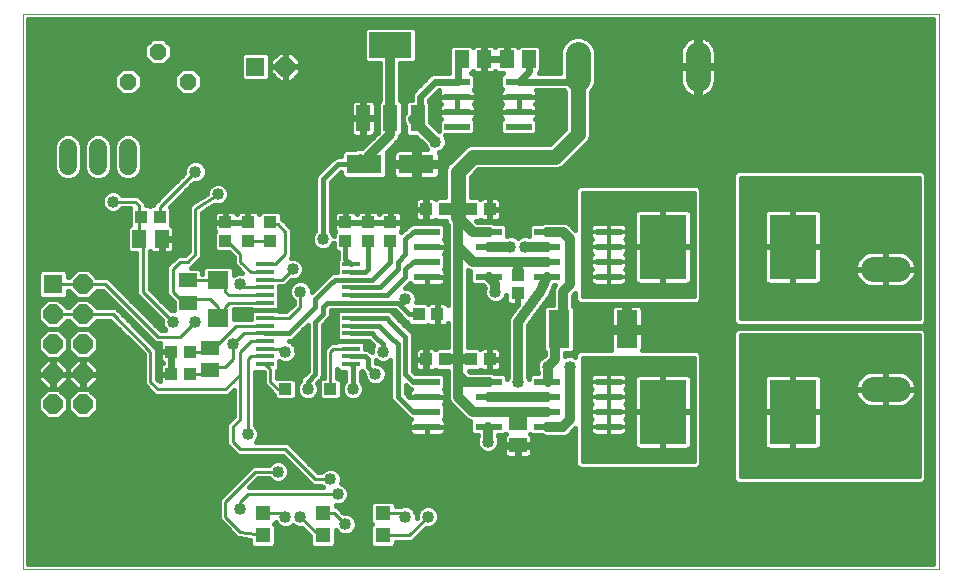
<source format=gtl>
G75*
%MOIN*%
%OFA0B0*%
%FSLAX25Y25*%
%IPPOS*%
%LPD*%
%AMOC8*
5,1,8,0,0,1.08239X$1,22.5*
%
%ADD10C,0.00000*%
%ADD11R,0.08661X0.02362*%
%ADD12R,0.05906X0.01575*%
%ADD13R,0.03937X0.03937*%
%ADD14R,0.05118X0.04724*%
%ADD15R,0.04724X0.05906*%
%ADD16R,0.06400X0.06400*%
%ADD17OC8,0.06400*%
%ADD18OC8,0.05600*%
%ADD19C,0.06000*%
%ADD20R,0.15748X0.21654*%
%ADD21R,0.05906X0.04724*%
%ADD22R,0.07087X0.12598*%
%ADD23R,0.11811X0.06299*%
%ADD24R,0.03937X0.04331*%
%ADD25R,0.04331X0.03937*%
%ADD26R,0.07087X0.06299*%
%ADD27R,0.04800X0.08800*%
%ADD28R,0.14173X0.08661*%
%ADD29C,0.19000*%
%ADD30C,0.08400*%
%ADD31C,0.01600*%
%ADD32C,0.04000*%
%ADD33C,0.01000*%
%ADD34C,0.02400*%
%ADD35C,0.03200*%
%ADD36C,0.05000*%
D10*
X0021500Y0011500D02*
X0021500Y0196539D01*
X0326776Y0196539D01*
X0326776Y0011500D01*
X0021500Y0011500D01*
D11*
X0156264Y0059000D03*
X0156264Y0064000D03*
X0156264Y0069000D03*
X0156264Y0074000D03*
X0176736Y0074000D03*
X0176736Y0069000D03*
X0176736Y0064000D03*
X0176736Y0059000D03*
X0196264Y0059000D03*
X0196264Y0064000D03*
X0196264Y0069000D03*
X0196264Y0074000D03*
X0216736Y0074000D03*
X0216736Y0069000D03*
X0216736Y0064000D03*
X0216736Y0059000D03*
X0216736Y0109000D03*
X0216736Y0114000D03*
X0216736Y0119000D03*
X0216736Y0124000D03*
X0196264Y0124000D03*
X0196264Y0119000D03*
X0196264Y0114000D03*
X0196264Y0109000D03*
X0176736Y0109000D03*
X0176736Y0114000D03*
X0176736Y0119000D03*
X0176736Y0124000D03*
X0156264Y0124000D03*
X0156264Y0119000D03*
X0156264Y0114000D03*
X0156264Y0109000D03*
X0166264Y0159000D03*
X0166264Y0164000D03*
X0166264Y0169000D03*
X0166264Y0174000D03*
X0186736Y0174000D03*
X0186736Y0169000D03*
X0186736Y0164000D03*
X0186736Y0159000D03*
D12*
X0130772Y0113134D03*
X0130772Y0110575D03*
X0130772Y0108016D03*
X0130772Y0105457D03*
X0130772Y0102898D03*
X0130772Y0100339D03*
X0130772Y0097780D03*
X0130772Y0095220D03*
X0130772Y0092661D03*
X0130772Y0090102D03*
X0130772Y0087543D03*
X0130772Y0084984D03*
X0130772Y0082425D03*
X0130772Y0079866D03*
X0102228Y0079866D03*
X0102228Y0082425D03*
X0102228Y0084984D03*
X0102228Y0087543D03*
X0102228Y0090102D03*
X0102228Y0092661D03*
X0102228Y0095220D03*
X0102228Y0097780D03*
X0102228Y0100339D03*
X0102228Y0102898D03*
X0102228Y0105457D03*
X0102228Y0108016D03*
X0102228Y0110575D03*
X0102228Y0113134D03*
D13*
X0109000Y0071500D03*
X0124000Y0071500D03*
D14*
X0121500Y0030250D03*
X0121500Y0022750D03*
X0101500Y0022750D03*
X0101500Y0030250D03*
X0141500Y0030250D03*
X0141500Y0022750D03*
D15*
X0067750Y0121500D03*
X0060250Y0121500D03*
X0167750Y0181500D03*
X0175250Y0181500D03*
X0182750Y0181500D03*
X0190250Y0181500D03*
D16*
X0099000Y0179000D03*
X0031500Y0106500D03*
D17*
X0041500Y0106500D03*
X0041500Y0096500D03*
X0031500Y0096500D03*
X0031500Y0086500D03*
X0041500Y0086500D03*
X0041500Y0076500D03*
X0031500Y0076500D03*
X0031500Y0066500D03*
X0041500Y0066500D03*
X0109000Y0179000D03*
D18*
X0076500Y0174000D03*
X0066500Y0184000D03*
X0056500Y0174000D03*
D19*
X0056500Y0152000D02*
X0056500Y0146000D01*
X0046500Y0146000D02*
X0046500Y0152000D01*
X0036500Y0152000D02*
X0036500Y0146000D01*
D20*
X0234846Y0119000D03*
X0278154Y0119000D03*
X0278154Y0064000D03*
X0234846Y0064000D03*
D21*
X0186500Y0060250D03*
X0186500Y0052750D03*
X0084000Y0077750D03*
X0084000Y0085250D03*
X0076500Y0100250D03*
X0076500Y0107750D03*
D22*
X0200250Y0091500D03*
X0222750Y0091500D03*
D23*
X0152661Y0146500D03*
X0135339Y0146500D03*
D24*
X0155875Y0131500D03*
X0162125Y0131500D03*
X0170875Y0131500D03*
X0177125Y0131500D03*
X0159625Y0096500D03*
X0153375Y0096500D03*
X0155875Y0081500D03*
X0162125Y0081500D03*
X0170875Y0081500D03*
X0177125Y0081500D03*
X0077125Y0084000D03*
X0070875Y0084000D03*
X0070875Y0076500D03*
X0077125Y0076500D03*
X0067125Y0129000D03*
X0060875Y0129000D03*
D25*
X0089000Y0127125D03*
X0096500Y0127125D03*
X0104000Y0127125D03*
X0104000Y0120875D03*
X0096500Y0120875D03*
X0089000Y0120875D03*
X0129000Y0120875D03*
X0136500Y0120875D03*
X0144000Y0120875D03*
X0144000Y0127125D03*
X0136500Y0127125D03*
X0129000Y0127125D03*
X0186500Y0109625D03*
X0186500Y0103375D03*
D26*
X0086500Y0107750D03*
X0086500Y0095250D03*
D27*
X0134900Y0161800D03*
X0144000Y0161800D03*
X0153100Y0161800D03*
D28*
X0144000Y0186201D03*
D29*
X0036500Y0181500D03*
X0036500Y0026500D03*
X0311500Y0026500D03*
X0311500Y0181500D03*
D30*
X0246500Y0183200D02*
X0246500Y0174800D01*
X0206500Y0174800D02*
X0206500Y0183200D01*
X0304800Y0111500D02*
X0313200Y0111500D01*
X0313200Y0071500D02*
X0304800Y0071500D01*
D31*
X0322687Y0072243D02*
X0324976Y0072243D01*
X0324976Y0070645D02*
X0322687Y0070645D01*
X0322687Y0069046D02*
X0324976Y0069046D01*
X0324976Y0067448D02*
X0322687Y0067448D01*
X0322687Y0065849D02*
X0324976Y0065849D01*
X0324976Y0064251D02*
X0322687Y0064251D01*
X0322687Y0062652D02*
X0324976Y0062652D01*
X0324976Y0061054D02*
X0322687Y0061054D01*
X0322687Y0059455D02*
X0324976Y0059455D01*
X0324976Y0057857D02*
X0322687Y0057857D01*
X0322687Y0056258D02*
X0324976Y0056258D01*
X0324976Y0054660D02*
X0322687Y0054660D01*
X0322687Y0053061D02*
X0324976Y0053061D01*
X0324976Y0051463D02*
X0322687Y0051463D01*
X0322687Y0049864D02*
X0324976Y0049864D01*
X0324976Y0048266D02*
X0322687Y0048266D01*
X0322687Y0046667D02*
X0324976Y0046667D01*
X0324976Y0045069D02*
X0322687Y0045069D01*
X0322687Y0043470D02*
X0324976Y0043470D01*
X0324976Y0041872D02*
X0322687Y0041872D01*
X0322687Y0041316D02*
X0322687Y0090680D01*
X0321369Y0091998D01*
X0259505Y0091998D01*
X0258187Y0090680D01*
X0258187Y0041316D01*
X0259505Y0039998D01*
X0261369Y0039998D01*
X0321369Y0039998D01*
X0322687Y0041316D01*
X0321644Y0040273D02*
X0324976Y0040273D01*
X0324976Y0038675D02*
X0129629Y0038675D01*
X0129679Y0038624D02*
X0128624Y0039679D01*
X0127498Y0040146D01*
X0127750Y0040754D01*
X0127750Y0042246D01*
X0127179Y0043624D01*
X0126124Y0044679D01*
X0124746Y0045250D01*
X0123254Y0045250D01*
X0121876Y0044679D01*
X0120947Y0043750D01*
X0119932Y0043750D01*
X0111250Y0052432D01*
X0109932Y0053750D01*
X0099053Y0053750D01*
X0099679Y0054376D01*
X0100250Y0055754D01*
X0100250Y0057246D01*
X0099679Y0058624D01*
X0098750Y0059553D01*
X0098750Y0077329D01*
X0101584Y0077329D01*
X0101750Y0077163D01*
X0101750Y0073068D01*
X0103068Y0071750D01*
X0105281Y0069537D01*
X0105281Y0068807D01*
X0106307Y0067781D01*
X0111693Y0067781D01*
X0112718Y0068807D01*
X0112718Y0074193D01*
X0111693Y0075218D01*
X0106307Y0075218D01*
X0106250Y0075162D01*
X0106250Y0077673D01*
X0106931Y0078354D01*
X0106931Y0080798D01*
X0108254Y0080250D01*
X0109746Y0080250D01*
X0111124Y0080821D01*
X0112179Y0081876D01*
X0112750Y0083254D01*
X0112750Y0084746D01*
X0112179Y0086124D01*
X0111124Y0087179D01*
X0110223Y0087552D01*
X0110610Y0087552D01*
X0111547Y0087941D01*
X0112944Y0089338D01*
X0115444Y0091838D01*
X0116450Y0092844D01*
X0116450Y0077556D01*
X0114338Y0075444D01*
X0113950Y0074507D01*
X0113950Y0074253D01*
X0113321Y0073624D01*
X0112750Y0072246D01*
X0112750Y0070754D01*
X0113321Y0069376D01*
X0114376Y0068321D01*
X0115754Y0067750D01*
X0117246Y0067750D01*
X0118624Y0068321D01*
X0119679Y0069376D01*
X0120250Y0070754D01*
X0120250Y0072246D01*
X0119694Y0073588D01*
X0120281Y0074175D01*
X0120281Y0068807D01*
X0121307Y0067781D01*
X0126693Y0067781D01*
X0127718Y0068807D01*
X0127718Y0074193D01*
X0126693Y0075218D01*
X0126250Y0075218D01*
X0126250Y0078173D01*
X0127094Y0077329D01*
X0128950Y0077329D01*
X0128950Y0074253D01*
X0128321Y0073624D01*
X0127750Y0072246D01*
X0127750Y0070754D01*
X0128321Y0069376D01*
X0129376Y0068321D01*
X0130754Y0067750D01*
X0132246Y0067750D01*
X0133624Y0068321D01*
X0134679Y0069376D01*
X0135250Y0070754D01*
X0135250Y0072246D01*
X0134679Y0073624D01*
X0134050Y0074253D01*
X0134050Y0077329D01*
X0134449Y0077329D01*
X0134507Y0077387D01*
X0135250Y0076644D01*
X0135250Y0075754D01*
X0135821Y0074376D01*
X0136876Y0073321D01*
X0138254Y0072750D01*
X0139746Y0072750D01*
X0141124Y0073321D01*
X0142179Y0074376D01*
X0142750Y0075754D01*
X0142750Y0077246D01*
X0142179Y0078624D01*
X0141124Y0079679D01*
X0139746Y0080250D01*
X0139050Y0080250D01*
X0139050Y0081147D01*
X0139376Y0080821D01*
X0140754Y0080250D01*
X0142246Y0080250D01*
X0143624Y0080821D01*
X0143950Y0081147D01*
X0143950Y0068493D01*
X0144338Y0067556D01*
X0145056Y0066838D01*
X0150056Y0061838D01*
X0150710Y0061567D01*
X0150742Y0061535D01*
X0150493Y0061286D01*
X0150256Y0060876D01*
X0150133Y0060418D01*
X0150133Y0059000D01*
X0156264Y0059000D01*
X0162394Y0059000D01*
X0162394Y0060418D01*
X0162272Y0060876D01*
X0162035Y0061286D01*
X0161786Y0061535D01*
X0162344Y0062094D01*
X0162344Y0065906D01*
X0161786Y0066465D01*
X0162035Y0066714D01*
X0162272Y0067124D01*
X0162394Y0067582D01*
X0162394Y0069000D01*
X0162394Y0070418D01*
X0162272Y0070876D01*
X0162035Y0071286D01*
X0161786Y0071535D01*
X0162344Y0072094D01*
X0162344Y0075906D01*
X0161319Y0076931D01*
X0152175Y0076931D01*
X0151550Y0077556D01*
X0151550Y0089507D01*
X0151162Y0090444D01*
X0150444Y0091162D01*
X0145444Y0096162D01*
X0144224Y0097382D01*
X0143287Y0097770D01*
X0135524Y0097770D01*
X0135524Y0097779D01*
X0130772Y0097779D01*
X0130772Y0097780D01*
X0135524Y0097780D01*
X0135524Y0097789D01*
X0145444Y0097789D01*
X0148894Y0094338D01*
X0149656Y0094023D01*
X0149656Y0093610D01*
X0150681Y0092585D01*
X0156068Y0092585D01*
X0156465Y0092981D01*
X0156551Y0092894D01*
X0156962Y0092657D01*
X0157420Y0092535D01*
X0159441Y0092535D01*
X0159441Y0096316D01*
X0159809Y0096316D01*
X0159809Y0092535D01*
X0161831Y0092535D01*
X0162288Y0092657D01*
X0162699Y0092894D01*
X0163034Y0093229D01*
X0163150Y0093430D01*
X0163150Y0085415D01*
X0159432Y0085415D01*
X0159035Y0085019D01*
X0158949Y0085106D01*
X0158538Y0085343D01*
X0158080Y0085465D01*
X0156059Y0085465D01*
X0156059Y0081684D01*
X0155691Y0081684D01*
X0155691Y0085465D01*
X0153669Y0085465D01*
X0153212Y0085343D01*
X0152801Y0085106D01*
X0152466Y0084771D01*
X0152229Y0084360D01*
X0152106Y0083902D01*
X0152106Y0081684D01*
X0155690Y0081684D01*
X0155690Y0081316D01*
X0152106Y0081316D01*
X0152106Y0079098D01*
X0152229Y0078640D01*
X0152466Y0078229D01*
X0152801Y0077894D01*
X0153212Y0077657D01*
X0153669Y0077535D01*
X0155691Y0077535D01*
X0155691Y0081316D01*
X0156059Y0081316D01*
X0156059Y0077535D01*
X0158080Y0077535D01*
X0158538Y0077657D01*
X0158949Y0077894D01*
X0159035Y0077981D01*
X0159432Y0077585D01*
X0163150Y0077585D01*
X0163150Y0068334D01*
X0163660Y0067102D01*
X0164602Y0066160D01*
X0164602Y0066160D01*
X0169602Y0061160D01*
X0170656Y0060724D01*
X0170656Y0057094D01*
X0171681Y0056069D01*
X0173150Y0056069D01*
X0173150Y0055712D01*
X0172750Y0054746D01*
X0172750Y0053254D01*
X0173321Y0051876D01*
X0174376Y0050821D01*
X0175754Y0050250D01*
X0177246Y0050250D01*
X0178624Y0050821D01*
X0179679Y0051876D01*
X0180250Y0053254D01*
X0180250Y0054746D01*
X0179850Y0055712D01*
X0179850Y0056069D01*
X0181792Y0056069D01*
X0182342Y0056619D01*
X0182425Y0056535D01*
X0182107Y0056217D01*
X0181870Y0055807D01*
X0181747Y0055349D01*
X0181747Y0053131D01*
X0186119Y0053131D01*
X0186119Y0052369D01*
X0186881Y0052369D01*
X0186881Y0053131D01*
X0191253Y0053131D01*
X0191253Y0055349D01*
X0191130Y0055807D01*
X0190893Y0056217D01*
X0190575Y0056535D01*
X0190658Y0056619D01*
X0191208Y0056069D01*
X0194586Y0056069D01*
X0195597Y0055650D01*
X0202166Y0055650D01*
X0203398Y0056160D01*
X0205687Y0058449D01*
X0205687Y0046316D01*
X0207005Y0044998D01*
X0246369Y0044998D01*
X0247687Y0046316D01*
X0247687Y0083180D01*
X0246369Y0084498D01*
X0227966Y0084498D01*
X0227971Y0084506D01*
X0228093Y0084964D01*
X0228093Y0090700D01*
X0223550Y0090700D01*
X0223550Y0092300D01*
X0221950Y0092300D01*
X0221950Y0099599D01*
X0218970Y0099599D01*
X0218512Y0099477D01*
X0218101Y0099240D01*
X0217766Y0098904D01*
X0217529Y0098494D01*
X0217407Y0098036D01*
X0217407Y0092300D01*
X0221950Y0092300D01*
X0221950Y0090700D01*
X0217407Y0090700D01*
X0217407Y0084964D01*
X0217529Y0084506D01*
X0217534Y0084498D01*
X0207005Y0084498D01*
X0205687Y0083180D01*
X0205687Y0082360D01*
X0204746Y0082750D01*
X0203254Y0082750D01*
X0202350Y0082375D01*
X0202350Y0083451D01*
X0204518Y0083451D01*
X0205543Y0084476D01*
X0205543Y0098524D01*
X0204850Y0099217D01*
X0204850Y0102612D01*
X0205687Y0103449D01*
X0205687Y0101316D01*
X0207005Y0099998D01*
X0246369Y0099998D01*
X0247687Y0101316D01*
X0247687Y0138180D01*
X0246369Y0139498D01*
X0207005Y0139498D01*
X0205687Y0138180D01*
X0205687Y0124551D01*
X0203398Y0126840D01*
X0202166Y0127350D01*
X0195597Y0127350D01*
X0194586Y0126931D01*
X0191208Y0126931D01*
X0190183Y0125906D01*
X0190183Y0122569D01*
X0189746Y0122750D01*
X0188254Y0122750D01*
X0186876Y0122179D01*
X0186500Y0121803D01*
X0186124Y0122179D01*
X0184746Y0122750D01*
X0183254Y0122750D01*
X0182817Y0122569D01*
X0182817Y0125906D01*
X0181792Y0126931D01*
X0178414Y0126931D01*
X0177403Y0127350D01*
X0172888Y0127350D01*
X0172653Y0127585D01*
X0173568Y0127585D01*
X0173965Y0127981D01*
X0174051Y0127894D01*
X0174462Y0127657D01*
X0174920Y0127535D01*
X0176941Y0127535D01*
X0176941Y0131316D01*
X0177309Y0131316D01*
X0177309Y0127535D01*
X0179331Y0127535D01*
X0179788Y0127657D01*
X0180199Y0127894D01*
X0180534Y0128229D01*
X0180771Y0128640D01*
X0180894Y0129098D01*
X0180894Y0131316D01*
X0177310Y0131316D01*
X0177310Y0131684D01*
X0180894Y0131684D01*
X0180894Y0133902D01*
X0180771Y0134360D01*
X0180534Y0134771D01*
X0180199Y0135106D01*
X0179788Y0135343D01*
X0179331Y0135465D01*
X0177309Y0135465D01*
X0177309Y0131684D01*
X0176941Y0131684D01*
X0176941Y0135465D01*
X0174920Y0135465D01*
X0174462Y0135343D01*
X0174051Y0135106D01*
X0173965Y0135019D01*
X0173568Y0135415D01*
X0170750Y0135415D01*
X0170750Y0142240D01*
X0173260Y0144750D01*
X0199845Y0144750D01*
X0201407Y0145397D01*
X0210103Y0154093D01*
X0210750Y0155655D01*
X0210750Y0170635D01*
X0211544Y0171430D01*
X0212450Y0173616D01*
X0212450Y0184384D01*
X0211544Y0186570D01*
X0209870Y0188244D01*
X0207684Y0189150D01*
X0205316Y0189150D01*
X0203130Y0188244D01*
X0201456Y0186570D01*
X0200550Y0184384D01*
X0200550Y0176950D01*
X0193490Y0176950D01*
X0194362Y0177822D01*
X0194362Y0185178D01*
X0193337Y0186203D01*
X0187163Y0186203D01*
X0186535Y0185575D01*
X0186217Y0185893D01*
X0185807Y0186130D01*
X0185349Y0186253D01*
X0183131Y0186253D01*
X0183131Y0181881D01*
X0182369Y0181881D01*
X0182369Y0186253D01*
X0180151Y0186253D01*
X0179693Y0186130D01*
X0179283Y0185893D01*
X0179000Y0185611D01*
X0178717Y0185893D01*
X0178307Y0186130D01*
X0177849Y0186253D01*
X0175631Y0186253D01*
X0175631Y0181881D01*
X0174869Y0181881D01*
X0174869Y0186253D01*
X0172651Y0186253D01*
X0172193Y0186130D01*
X0171783Y0185893D01*
X0171465Y0185575D01*
X0170837Y0186203D01*
X0164663Y0186203D01*
X0163638Y0185178D01*
X0163638Y0182299D01*
X0163550Y0182087D01*
X0163550Y0176950D01*
X0158413Y0176950D01*
X0157329Y0176501D01*
X0152329Y0171501D01*
X0151499Y0170671D01*
X0151050Y0169587D01*
X0151050Y0167950D01*
X0149975Y0167950D01*
X0148950Y0166925D01*
X0148950Y0163688D01*
X0148660Y0163398D01*
X0148150Y0162166D01*
X0148150Y0160834D01*
X0148660Y0159602D01*
X0148950Y0159312D01*
X0148950Y0156675D01*
X0149975Y0155650D01*
X0152612Y0155650D01*
X0155421Y0152841D01*
X0155821Y0151876D01*
X0156247Y0151450D01*
X0153436Y0151450D01*
X0153436Y0147275D01*
X0151887Y0147275D01*
X0151887Y0151450D01*
X0146519Y0151450D01*
X0146061Y0151327D01*
X0145651Y0151090D01*
X0145316Y0150755D01*
X0145079Y0150344D01*
X0144956Y0149887D01*
X0144956Y0147275D01*
X0151887Y0147275D01*
X0151887Y0145725D01*
X0153436Y0145725D01*
X0153436Y0141550D01*
X0158804Y0141550D01*
X0159262Y0141673D01*
X0159672Y0141910D01*
X0160007Y0142245D01*
X0160244Y0142656D01*
X0160367Y0143113D01*
X0160367Y0145725D01*
X0153436Y0145725D01*
X0153436Y0147275D01*
X0160367Y0147275D01*
X0160367Y0149887D01*
X0160244Y0150344D01*
X0160192Y0150435D01*
X0161124Y0150821D01*
X0162179Y0151876D01*
X0162750Y0153254D01*
X0162750Y0154746D01*
X0162202Y0156069D01*
X0171319Y0156069D01*
X0172344Y0157094D01*
X0172344Y0160906D01*
X0171786Y0161465D01*
X0172035Y0161714D01*
X0172272Y0162124D01*
X0172394Y0162582D01*
X0172394Y0164000D01*
X0172394Y0165418D01*
X0172272Y0165876D01*
X0172035Y0166286D01*
X0171821Y0166500D01*
X0172035Y0166714D01*
X0172272Y0167124D01*
X0172394Y0167582D01*
X0172394Y0169000D01*
X0172394Y0170418D01*
X0172272Y0170876D01*
X0172035Y0171286D01*
X0171786Y0171535D01*
X0172344Y0172094D01*
X0172344Y0175906D01*
X0171319Y0176931D01*
X0170971Y0176931D01*
X0171465Y0177425D01*
X0171783Y0177107D01*
X0172193Y0176870D01*
X0172651Y0176747D01*
X0174869Y0176747D01*
X0174869Y0181119D01*
X0175631Y0181119D01*
X0175631Y0176747D01*
X0177849Y0176747D01*
X0178307Y0176870D01*
X0178717Y0177107D01*
X0179000Y0177389D01*
X0179283Y0177107D01*
X0179693Y0176870D01*
X0180151Y0176747D01*
X0181497Y0176747D01*
X0180656Y0175906D01*
X0180656Y0172094D01*
X0181214Y0171535D01*
X0180965Y0171286D01*
X0180728Y0170876D01*
X0180606Y0170418D01*
X0180605Y0169000D01*
X0186736Y0169000D01*
X0186736Y0169000D01*
X0180606Y0169000D01*
X0180606Y0167582D01*
X0180728Y0167124D01*
X0180965Y0166714D01*
X0181179Y0166500D01*
X0180965Y0166286D01*
X0180728Y0165876D01*
X0180606Y0165418D01*
X0180605Y0164000D01*
X0186736Y0164000D01*
X0186736Y0164000D01*
X0180606Y0164000D01*
X0180606Y0162582D01*
X0180728Y0162124D01*
X0180965Y0161714D01*
X0181214Y0161465D01*
X0180656Y0160906D01*
X0180656Y0157094D01*
X0181681Y0156069D01*
X0191792Y0156069D01*
X0192817Y0157094D01*
X0192817Y0160906D01*
X0192258Y0161465D01*
X0192507Y0161714D01*
X0192744Y0162124D01*
X0192867Y0162582D01*
X0192867Y0164000D01*
X0192867Y0165418D01*
X0192744Y0165876D01*
X0192507Y0166286D01*
X0192294Y0166500D01*
X0192507Y0166714D01*
X0192744Y0167124D01*
X0192867Y0167582D01*
X0192867Y0169000D01*
X0192867Y0170418D01*
X0192744Y0170876D01*
X0192644Y0171050D01*
X0201835Y0171050D01*
X0202250Y0170635D01*
X0202250Y0158260D01*
X0197240Y0153250D01*
X0170655Y0153250D01*
X0169093Y0152603D01*
X0164093Y0147603D01*
X0162897Y0146407D01*
X0162250Y0144845D01*
X0162250Y0135415D01*
X0159432Y0135415D01*
X0159035Y0135019D01*
X0158949Y0135106D01*
X0158538Y0135343D01*
X0158080Y0135465D01*
X0156059Y0135465D01*
X0156059Y0131684D01*
X0155691Y0131684D01*
X0155691Y0135465D01*
X0153669Y0135465D01*
X0153212Y0135343D01*
X0152801Y0135106D01*
X0152466Y0134771D01*
X0152229Y0134360D01*
X0152106Y0133902D01*
X0152106Y0131684D01*
X0155690Y0131684D01*
X0155690Y0131316D01*
X0152106Y0131316D01*
X0152106Y0129098D01*
X0152229Y0128640D01*
X0152466Y0128229D01*
X0152801Y0127894D01*
X0153212Y0127657D01*
X0153669Y0127535D01*
X0155691Y0127535D01*
X0155691Y0131316D01*
X0156059Y0131316D01*
X0156059Y0127535D01*
X0158080Y0127535D01*
X0158538Y0127657D01*
X0158949Y0127894D01*
X0159035Y0127981D01*
X0159432Y0127585D01*
X0162486Y0127585D01*
X0162897Y0126593D01*
X0161658Y0126593D01*
X0161319Y0126931D02*
X0151208Y0126931D01*
X0150710Y0126433D01*
X0150056Y0126162D01*
X0149338Y0125444D01*
X0147689Y0123795D01*
X0147519Y0123965D01*
X0147606Y0124051D01*
X0147843Y0124462D01*
X0147965Y0124920D01*
X0147965Y0126941D01*
X0144184Y0126941D01*
X0144184Y0127309D01*
X0147965Y0127309D01*
X0147965Y0129331D01*
X0147843Y0129788D01*
X0147606Y0130199D01*
X0147271Y0130534D01*
X0146860Y0130771D01*
X0146402Y0130894D01*
X0144184Y0130894D01*
X0144184Y0127310D01*
X0143816Y0127310D01*
X0143816Y0130894D01*
X0141598Y0130894D01*
X0141140Y0130771D01*
X0140729Y0130534D01*
X0140394Y0130199D01*
X0140250Y0129949D01*
X0140106Y0130199D01*
X0139771Y0130534D01*
X0139360Y0130771D01*
X0138902Y0130894D01*
X0136684Y0130894D01*
X0136684Y0127310D01*
X0136316Y0127310D01*
X0136316Y0130894D01*
X0134098Y0130894D01*
X0133640Y0130771D01*
X0133229Y0130534D01*
X0132894Y0130199D01*
X0132750Y0129949D01*
X0132606Y0130199D01*
X0132271Y0130534D01*
X0131860Y0130771D01*
X0131402Y0130894D01*
X0129184Y0130894D01*
X0129184Y0127310D01*
X0128816Y0127310D01*
X0128816Y0130894D01*
X0126598Y0130894D01*
X0126140Y0130771D01*
X0125729Y0130534D01*
X0125394Y0130199D01*
X0125157Y0129788D01*
X0125035Y0129331D01*
X0125035Y0127309D01*
X0128816Y0127309D01*
X0128816Y0126941D01*
X0125035Y0126941D01*
X0125035Y0124920D01*
X0125157Y0124462D01*
X0125394Y0124051D01*
X0125481Y0123965D01*
X0125085Y0123568D01*
X0125085Y0122645D01*
X0124679Y0123624D01*
X0124050Y0124253D01*
X0124050Y0140444D01*
X0127556Y0143950D01*
X0127683Y0143950D01*
X0127683Y0142626D01*
X0128708Y0141600D01*
X0141969Y0141600D01*
X0142994Y0142626D01*
X0142994Y0150374D01*
X0142803Y0150565D01*
X0145898Y0153660D01*
X0146840Y0154602D01*
X0147350Y0155834D01*
X0147350Y0155875D01*
X0148150Y0156675D01*
X0148150Y0166925D01*
X0147350Y0167725D01*
X0147350Y0180120D01*
X0151811Y0180120D01*
X0152837Y0181145D01*
X0152837Y0191256D01*
X0151811Y0192281D01*
X0136189Y0192281D01*
X0135163Y0191256D01*
X0135163Y0181145D01*
X0136189Y0180120D01*
X0140650Y0180120D01*
X0140650Y0167725D01*
X0139850Y0166925D01*
X0139850Y0157088D01*
X0134648Y0151886D01*
X0134293Y0151994D01*
X0133125Y0151878D01*
X0132232Y0151400D01*
X0128708Y0151400D01*
X0127683Y0150374D01*
X0127683Y0149050D01*
X0125993Y0149050D01*
X0125056Y0148662D01*
X0124338Y0147944D01*
X0119338Y0142944D01*
X0118950Y0142007D01*
X0118950Y0124253D01*
X0118321Y0123624D01*
X0117750Y0122246D01*
X0117750Y0120754D01*
X0118321Y0119376D01*
X0119376Y0118321D01*
X0120754Y0117750D01*
X0122246Y0117750D01*
X0123624Y0118321D01*
X0124679Y0119376D01*
X0125085Y0120355D01*
X0125085Y0118181D01*
X0126110Y0117156D01*
X0126450Y0117156D01*
X0126450Y0115027D01*
X0126069Y0114646D01*
X0126069Y0110566D01*
X0125009Y0110566D01*
X0124071Y0110178D01*
X0122556Y0108662D01*
X0117750Y0103856D01*
X0117750Y0104746D01*
X0117179Y0106124D01*
X0116124Y0107179D01*
X0114746Y0107750D01*
X0113254Y0107750D01*
X0111876Y0107179D01*
X0110821Y0106124D01*
X0110250Y0104746D01*
X0110250Y0103254D01*
X0110821Y0101876D01*
X0111750Y0100947D01*
X0111750Y0099932D01*
X0109288Y0097470D01*
X0106981Y0097470D01*
X0106981Y0097779D01*
X0102228Y0097779D01*
X0097476Y0097779D01*
X0097476Y0096755D01*
X0097526Y0096569D01*
X0097526Y0094911D01*
X0091793Y0094911D01*
X0091793Y0098089D01*
X0097476Y0098089D01*
X0097476Y0097780D01*
X0102228Y0097780D01*
X0102228Y0097779D01*
X0102228Y0097780D01*
X0106981Y0097780D01*
X0106981Y0098804D01*
X0106931Y0098991D01*
X0106931Y0105766D01*
X0108948Y0105766D01*
X0110932Y0107750D01*
X0112246Y0107750D01*
X0113624Y0108321D01*
X0114679Y0109376D01*
X0115250Y0110754D01*
X0115250Y0112246D01*
X0114679Y0113624D01*
X0113624Y0114679D01*
X0112246Y0115250D01*
X0110932Y0115250D01*
X0111250Y0115568D01*
X0111250Y0124932D01*
X0108750Y0127432D01*
X0107915Y0128267D01*
X0107915Y0129819D01*
X0106890Y0130844D01*
X0101110Y0130844D01*
X0100237Y0129971D01*
X0100106Y0130199D01*
X0099771Y0130534D01*
X0099360Y0130771D01*
X0098902Y0130894D01*
X0096684Y0130894D01*
X0096684Y0127310D01*
X0096316Y0127310D01*
X0096316Y0130894D01*
X0094098Y0130894D01*
X0093640Y0130771D01*
X0093229Y0130534D01*
X0092894Y0130199D01*
X0092750Y0129949D01*
X0092606Y0130199D01*
X0092271Y0130534D01*
X0091860Y0130771D01*
X0091402Y0130894D01*
X0089184Y0130894D01*
X0089184Y0127310D01*
X0088816Y0127310D01*
X0088816Y0130894D01*
X0086598Y0130894D01*
X0086140Y0130771D01*
X0085729Y0130534D01*
X0085394Y0130199D01*
X0085157Y0129788D01*
X0085035Y0129331D01*
X0085035Y0127309D01*
X0088816Y0127309D01*
X0088816Y0126941D01*
X0085035Y0126941D01*
X0085035Y0124920D01*
X0085157Y0124462D01*
X0085394Y0124051D01*
X0085481Y0123965D01*
X0085085Y0123568D01*
X0085085Y0118181D01*
X0086110Y0117156D01*
X0090162Y0117156D01*
X0090568Y0116750D01*
X0091750Y0115568D01*
X0091750Y0113068D01*
X0093068Y0111750D01*
X0094568Y0110250D01*
X0093254Y0110250D01*
X0091876Y0109679D01*
X0091793Y0109597D01*
X0091793Y0111624D01*
X0090768Y0112650D01*
X0082232Y0112650D01*
X0081207Y0111624D01*
X0081207Y0110000D01*
X0081203Y0110000D01*
X0081203Y0110837D01*
X0080178Y0111862D01*
X0077544Y0111862D01*
X0079932Y0114250D01*
X0081250Y0115568D01*
X0081250Y0130296D01*
X0085247Y0132960D01*
X0085754Y0132750D01*
X0087246Y0132750D01*
X0088624Y0133321D01*
X0089679Y0134376D01*
X0090250Y0135754D01*
X0090250Y0137246D01*
X0089679Y0138624D01*
X0088624Y0139679D01*
X0087246Y0140250D01*
X0085754Y0140250D01*
X0084376Y0139679D01*
X0083321Y0138624D01*
X0082750Y0137246D01*
X0082750Y0136704D01*
X0078319Y0133750D01*
X0078068Y0133750D01*
X0077567Y0133249D01*
X0076976Y0132855D01*
X0076927Y0132609D01*
X0076750Y0132432D01*
X0076750Y0131723D01*
X0076611Y0131027D01*
X0076750Y0130819D01*
X0076750Y0117432D01*
X0075568Y0116250D01*
X0073068Y0116250D01*
X0069250Y0112432D01*
X0069250Y0103068D01*
X0070568Y0101750D01*
X0071797Y0100521D01*
X0071797Y0097750D01*
X0070932Y0097750D01*
X0063750Y0104932D01*
X0063750Y0117210D01*
X0063965Y0117425D01*
X0064283Y0117107D01*
X0064693Y0116870D01*
X0065151Y0116747D01*
X0067369Y0116747D01*
X0067369Y0121119D01*
X0068131Y0121119D01*
X0068131Y0121881D01*
X0071912Y0121881D01*
X0071912Y0124690D01*
X0071790Y0125148D01*
X0071553Y0125558D01*
X0071217Y0125893D01*
X0070843Y0126109D01*
X0070844Y0126110D01*
X0070844Y0131890D01*
X0070458Y0132276D01*
X0072432Y0134250D01*
X0078432Y0140250D01*
X0079746Y0140250D01*
X0081124Y0140821D01*
X0082179Y0141876D01*
X0082750Y0143254D01*
X0082750Y0144746D01*
X0082179Y0146124D01*
X0081124Y0147179D01*
X0079746Y0147750D01*
X0078254Y0147750D01*
X0076876Y0147179D01*
X0075821Y0146124D01*
X0075250Y0144746D01*
X0075250Y0143432D01*
X0069250Y0137432D01*
X0064875Y0133057D01*
X0064875Y0132915D01*
X0064432Y0132915D01*
X0064000Y0132484D01*
X0063568Y0132915D01*
X0062500Y0132915D01*
X0062500Y0133682D01*
X0061250Y0134932D01*
X0059932Y0136250D01*
X0054553Y0136250D01*
X0053624Y0137179D01*
X0052246Y0137750D01*
X0050754Y0137750D01*
X0049376Y0137179D01*
X0048321Y0136124D01*
X0047750Y0134746D01*
X0047750Y0133254D01*
X0048321Y0131876D01*
X0049376Y0130821D01*
X0050754Y0130250D01*
X0052246Y0130250D01*
X0053624Y0130821D01*
X0054553Y0131750D01*
X0057156Y0131750D01*
X0057156Y0126196D01*
X0056138Y0125178D01*
X0056138Y0117822D01*
X0057163Y0116797D01*
X0059250Y0116797D01*
X0059250Y0103068D01*
X0060568Y0101750D01*
X0060568Y0101750D01*
X0067750Y0094568D01*
X0067750Y0093254D01*
X0068321Y0091876D01*
X0068947Y0091250D01*
X0067432Y0091250D01*
X0064932Y0093750D01*
X0054932Y0103750D01*
X0049932Y0108750D01*
X0046250Y0108750D01*
X0043550Y0111450D01*
X0039450Y0111450D01*
X0036750Y0108750D01*
X0036450Y0108750D01*
X0036450Y0110425D01*
X0035425Y0111450D01*
X0027575Y0111450D01*
X0026550Y0110425D01*
X0026550Y0102575D01*
X0027575Y0101550D01*
X0035425Y0101550D01*
X0036450Y0102575D01*
X0036450Y0104250D01*
X0036750Y0104250D01*
X0039450Y0101550D01*
X0043550Y0101550D01*
X0046250Y0104250D01*
X0048068Y0104250D01*
X0051750Y0100568D01*
X0061750Y0090568D01*
X0064250Y0088068D01*
X0065568Y0086750D01*
X0067199Y0086750D01*
X0067106Y0086402D01*
X0067106Y0084184D01*
X0070690Y0084184D01*
X0070690Y0083816D01*
X0067106Y0083816D01*
X0067106Y0081598D01*
X0067229Y0081140D01*
X0067466Y0080729D01*
X0067801Y0080394D01*
X0068051Y0080250D01*
X0067801Y0080106D01*
X0067466Y0079771D01*
X0067229Y0079360D01*
X0067106Y0078902D01*
X0067106Y0076684D01*
X0070690Y0076684D01*
X0070690Y0076316D01*
X0067106Y0076316D01*
X0067106Y0074098D01*
X0067114Y0074068D01*
X0066250Y0074932D01*
X0066250Y0084932D01*
X0064932Y0086250D01*
X0052432Y0098750D01*
X0046250Y0098750D01*
X0043550Y0101450D01*
X0039450Y0101450D01*
X0036750Y0098750D01*
X0036250Y0098750D01*
X0033550Y0101450D01*
X0029450Y0101450D01*
X0026550Y0098550D01*
X0026550Y0094450D01*
X0029450Y0091550D01*
X0033550Y0091550D01*
X0036250Y0094250D01*
X0036750Y0094250D01*
X0039450Y0091550D01*
X0043550Y0091550D01*
X0046250Y0094250D01*
X0050568Y0094250D01*
X0061750Y0083068D01*
X0061750Y0073068D01*
X0064250Y0070568D01*
X0065568Y0069250D01*
X0089932Y0069250D01*
X0091750Y0071068D01*
X0091750Y0062432D01*
X0089250Y0059932D01*
X0089250Y0053068D01*
X0090568Y0051750D01*
X0093068Y0049250D01*
X0108068Y0049250D01*
X0116750Y0040568D01*
X0118068Y0039250D01*
X0120947Y0039250D01*
X0121447Y0038750D01*
X0096932Y0038750D01*
X0099932Y0041750D01*
X0103447Y0041750D01*
X0104376Y0040821D01*
X0105754Y0040250D01*
X0107246Y0040250D01*
X0108624Y0040821D01*
X0109679Y0041876D01*
X0110250Y0043254D01*
X0110250Y0044746D01*
X0109679Y0046124D01*
X0108624Y0047179D01*
X0107246Y0047750D01*
X0105754Y0047750D01*
X0104376Y0047179D01*
X0103447Y0046250D01*
X0098068Y0046250D01*
X0096750Y0044932D01*
X0088068Y0036250D01*
X0086750Y0034932D01*
X0086750Y0028068D01*
X0088068Y0026750D01*
X0092277Y0022541D01*
X0092711Y0021934D01*
X0092919Y0021899D01*
X0093068Y0021750D01*
X0093814Y0021750D01*
X0097191Y0021187D01*
X0097191Y0019663D01*
X0098216Y0018638D01*
X0104784Y0018638D01*
X0105809Y0019663D01*
X0105809Y0025837D01*
X0105146Y0026500D01*
X0105733Y0027087D01*
X0105821Y0026876D01*
X0106876Y0025821D01*
X0108254Y0025250D01*
X0109746Y0025250D01*
X0111124Y0025821D01*
X0111500Y0026197D01*
X0111876Y0025821D01*
X0113254Y0025250D01*
X0114568Y0025250D01*
X0117191Y0022627D01*
X0117191Y0019663D01*
X0118216Y0018638D01*
X0124784Y0018638D01*
X0125809Y0019663D01*
X0125809Y0024404D01*
X0125821Y0024376D01*
X0126876Y0023321D01*
X0128254Y0022750D01*
X0129746Y0022750D01*
X0131124Y0023321D01*
X0132179Y0024376D01*
X0132750Y0025754D01*
X0132750Y0027246D01*
X0132179Y0028624D01*
X0131124Y0029679D01*
X0129746Y0030250D01*
X0128432Y0030250D01*
X0126182Y0032500D01*
X0125809Y0032500D01*
X0125809Y0032750D01*
X0127246Y0032750D01*
X0128624Y0033321D01*
X0129679Y0034376D01*
X0130250Y0035754D01*
X0130250Y0037246D01*
X0129679Y0038624D01*
X0130250Y0037076D02*
X0324976Y0037076D01*
X0324976Y0035478D02*
X0130135Y0035478D01*
X0129182Y0033879D02*
X0137733Y0033879D01*
X0138216Y0034362D02*
X0137191Y0033337D01*
X0137191Y0027163D01*
X0137854Y0026500D01*
X0137191Y0025837D01*
X0137191Y0019663D01*
X0138216Y0018638D01*
X0144784Y0018638D01*
X0145809Y0019663D01*
X0145809Y0020500D01*
X0151182Y0020500D01*
X0155932Y0025250D01*
X0157246Y0025250D01*
X0158624Y0025821D01*
X0159679Y0026876D01*
X0160250Y0028254D01*
X0160250Y0029746D01*
X0159679Y0031124D01*
X0158624Y0032179D01*
X0157246Y0032750D01*
X0155754Y0032750D01*
X0154376Y0032179D01*
X0153321Y0031124D01*
X0152750Y0029746D01*
X0152179Y0031124D01*
X0151124Y0032179D01*
X0149746Y0032750D01*
X0148254Y0032750D01*
X0147651Y0032500D01*
X0145809Y0032500D01*
X0145809Y0033337D01*
X0144784Y0034362D01*
X0138216Y0034362D01*
X0137191Y0032281D02*
X0126401Y0032281D01*
X0128000Y0030682D02*
X0137191Y0030682D01*
X0137191Y0029084D02*
X0131720Y0029084D01*
X0132651Y0027485D02*
X0137191Y0027485D01*
X0137240Y0025887D02*
X0132750Y0025887D01*
X0132091Y0024288D02*
X0137191Y0024288D01*
X0137191Y0022690D02*
X0125809Y0022690D01*
X0125809Y0024288D02*
X0125909Y0024288D01*
X0125809Y0021091D02*
X0137191Y0021091D01*
X0137361Y0019493D02*
X0125639Y0019493D01*
X0117361Y0019493D02*
X0105639Y0019493D01*
X0105809Y0021091D02*
X0117191Y0021091D01*
X0117128Y0022690D02*
X0105809Y0022690D01*
X0105809Y0024288D02*
X0115530Y0024288D01*
X0111810Y0025887D02*
X0111190Y0025887D01*
X0106810Y0025887D02*
X0105760Y0025887D01*
X0097191Y0021091D02*
X0023300Y0021091D01*
X0023300Y0019493D02*
X0097361Y0019493D01*
X0092128Y0022690D02*
X0023300Y0022690D01*
X0023300Y0024288D02*
X0090530Y0024288D01*
X0088931Y0025887D02*
X0023300Y0025887D01*
X0023300Y0027485D02*
X0087333Y0027485D01*
X0086750Y0029084D02*
X0023300Y0029084D01*
X0023300Y0030682D02*
X0086750Y0030682D01*
X0086750Y0032281D02*
X0023300Y0032281D01*
X0023300Y0033879D02*
X0086750Y0033879D01*
X0087296Y0035478D02*
X0023300Y0035478D01*
X0023300Y0037076D02*
X0088894Y0037076D01*
X0090493Y0038675D02*
X0023300Y0038675D01*
X0023300Y0040273D02*
X0092091Y0040273D01*
X0093690Y0041872D02*
X0023300Y0041872D01*
X0023300Y0043470D02*
X0095288Y0043470D01*
X0096887Y0045069D02*
X0023300Y0045069D01*
X0023300Y0046667D02*
X0103864Y0046667D01*
X0109136Y0046667D02*
X0110651Y0046667D01*
X0110116Y0045069D02*
X0112249Y0045069D01*
X0113848Y0043470D02*
X0110250Y0043470D01*
X0109675Y0041872D02*
X0115446Y0041872D01*
X0116750Y0040568D02*
X0116750Y0040568D01*
X0117045Y0040273D02*
X0107302Y0040273D01*
X0105698Y0040273D02*
X0098455Y0040273D01*
X0109052Y0048266D02*
X0023300Y0048266D01*
X0023300Y0049864D02*
X0092454Y0049864D01*
X0090855Y0051463D02*
X0023300Y0051463D01*
X0023300Y0053061D02*
X0089257Y0053061D01*
X0089250Y0054660D02*
X0023300Y0054660D01*
X0023300Y0056258D02*
X0089250Y0056258D01*
X0089250Y0057857D02*
X0023300Y0057857D01*
X0023300Y0059455D02*
X0089250Y0059455D01*
X0090372Y0061054D02*
X0023300Y0061054D01*
X0023300Y0062652D02*
X0028347Y0062652D01*
X0029450Y0061550D02*
X0033550Y0061550D01*
X0036450Y0064450D01*
X0036450Y0068550D01*
X0033550Y0071450D01*
X0029450Y0071450D01*
X0026550Y0068550D01*
X0026550Y0064450D01*
X0029450Y0061550D01*
X0026749Y0064251D02*
X0023300Y0064251D01*
X0023300Y0065849D02*
X0026550Y0065849D01*
X0026550Y0067448D02*
X0023300Y0067448D01*
X0023300Y0069046D02*
X0027046Y0069046D01*
X0028645Y0070645D02*
X0023300Y0070645D01*
X0023300Y0072243D02*
X0028686Y0072243D01*
X0029429Y0071500D02*
X0026500Y0074429D01*
X0026500Y0076300D01*
X0031300Y0076300D01*
X0031300Y0076700D01*
X0031300Y0081500D01*
X0029429Y0081500D01*
X0026500Y0078571D01*
X0026500Y0076700D01*
X0031300Y0076700D01*
X0031700Y0076700D01*
X0031700Y0081500D01*
X0033571Y0081500D01*
X0036500Y0078571D01*
X0036500Y0076700D01*
X0041300Y0076700D01*
X0041300Y0081500D01*
X0039429Y0081500D01*
X0036500Y0078571D01*
X0036500Y0076700D01*
X0031700Y0076700D01*
X0031700Y0076300D01*
X0036500Y0076300D01*
X0036500Y0074429D01*
X0039429Y0071500D01*
X0041300Y0071500D01*
X0041300Y0076300D01*
X0036500Y0076300D01*
X0036500Y0074429D01*
X0033571Y0071500D01*
X0031700Y0071500D01*
X0031700Y0076300D01*
X0031300Y0076300D01*
X0031300Y0071500D01*
X0029429Y0071500D01*
X0031300Y0072243D02*
X0031700Y0072243D01*
X0031700Y0073842D02*
X0031300Y0073842D01*
X0031300Y0075440D02*
X0031700Y0075440D01*
X0031700Y0077039D02*
X0031300Y0077039D01*
X0031300Y0078637D02*
X0031700Y0078637D01*
X0031700Y0080236D02*
X0031300Y0080236D01*
X0029450Y0081550D02*
X0033550Y0081550D01*
X0036450Y0084450D01*
X0036450Y0088550D01*
X0033550Y0091450D01*
X0029450Y0091450D01*
X0026550Y0088550D01*
X0026550Y0084450D01*
X0029450Y0081550D01*
X0029165Y0081834D02*
X0023300Y0081834D01*
X0023300Y0080236D02*
X0028165Y0080236D01*
X0026566Y0078637D02*
X0023300Y0078637D01*
X0023300Y0077039D02*
X0026500Y0077039D01*
X0026500Y0075440D02*
X0023300Y0075440D01*
X0023300Y0073842D02*
X0027087Y0073842D01*
X0034314Y0072243D02*
X0038686Y0072243D01*
X0039450Y0071450D02*
X0036550Y0068550D01*
X0036550Y0064450D01*
X0039450Y0061550D01*
X0043550Y0061550D01*
X0046450Y0064450D01*
X0046450Y0068550D01*
X0043550Y0071450D01*
X0039450Y0071450D01*
X0038645Y0070645D02*
X0034355Y0070645D01*
X0035954Y0069046D02*
X0037046Y0069046D01*
X0036550Y0067448D02*
X0036450Y0067448D01*
X0036450Y0065849D02*
X0036550Y0065849D01*
X0036749Y0064251D02*
X0036251Y0064251D01*
X0034653Y0062652D02*
X0038347Y0062652D01*
X0044653Y0062652D02*
X0091750Y0062652D01*
X0091750Y0064251D02*
X0046251Y0064251D01*
X0046450Y0065849D02*
X0091750Y0065849D01*
X0091750Y0067448D02*
X0046450Y0067448D01*
X0045954Y0069046D02*
X0091750Y0069046D01*
X0091750Y0070645D02*
X0091327Y0070645D01*
X0098750Y0070645D02*
X0104173Y0070645D01*
X0105281Y0069046D02*
X0098750Y0069046D01*
X0098750Y0067448D02*
X0144446Y0067448D01*
X0143950Y0069046D02*
X0134350Y0069046D01*
X0135205Y0070645D02*
X0143950Y0070645D01*
X0143950Y0072243D02*
X0135250Y0072243D01*
X0134461Y0073842D02*
X0136355Y0073842D01*
X0135380Y0075440D02*
X0134050Y0075440D01*
X0134050Y0077039D02*
X0134855Y0077039D01*
X0136500Y0079000D02*
X0139000Y0076500D01*
X0136500Y0079000D02*
X0136500Y0081500D01*
X0135575Y0082425D01*
X0130772Y0082425D01*
X0130772Y0079866D02*
X0131500Y0079138D01*
X0131500Y0071500D01*
X0128650Y0069046D02*
X0127718Y0069046D01*
X0127718Y0070645D02*
X0127795Y0070645D01*
X0127750Y0072243D02*
X0127718Y0072243D01*
X0127718Y0073842D02*
X0128539Y0073842D01*
X0128950Y0075440D02*
X0126250Y0075440D01*
X0126250Y0077039D02*
X0128950Y0077039D01*
X0130772Y0079728D02*
X0130772Y0079866D01*
X0136082Y0084975D02*
X0137019Y0084587D01*
X0137750Y0083856D01*
X0137750Y0084746D01*
X0138306Y0086088D01*
X0136841Y0087552D01*
X0135524Y0087552D01*
X0135524Y0087543D01*
X0130772Y0087543D01*
X0130772Y0087543D01*
X0135524Y0087543D01*
X0135524Y0086519D01*
X0135474Y0086332D01*
X0135474Y0084975D01*
X0136082Y0084975D01*
X0135474Y0085032D02*
X0137868Y0085032D01*
X0137764Y0086630D02*
X0135524Y0086630D01*
X0130772Y0087543D02*
X0126019Y0087543D01*
X0126019Y0087234D01*
X0124052Y0087234D01*
X0123068Y0086250D01*
X0121750Y0084932D01*
X0121750Y0075218D01*
X0121307Y0075218D01*
X0121175Y0075086D01*
X0121550Y0075993D01*
X0121550Y0092007D01*
X0121550Y0092944D01*
X0123662Y0095056D01*
X0124050Y0095993D01*
X0124050Y0097789D01*
X0126019Y0097789D01*
X0126019Y0097780D01*
X0130772Y0097780D01*
X0130772Y0097779D01*
X0126019Y0097779D01*
X0126019Y0096755D01*
X0126069Y0096569D01*
X0126069Y0088754D01*
X0126019Y0088568D01*
X0126019Y0087543D01*
X0130772Y0087543D01*
X0130772Y0087543D01*
X0130772Y0090102D02*
X0135398Y0090102D01*
X0137898Y0090102D01*
X0139000Y0089000D01*
X0141500Y0086500D01*
X0141500Y0084000D01*
X0139780Y0080236D02*
X0143950Y0080236D01*
X0143950Y0078637D02*
X0142166Y0078637D01*
X0142750Y0077039D02*
X0143950Y0077039D01*
X0143950Y0075440D02*
X0142620Y0075440D01*
X0141645Y0073842D02*
X0143950Y0073842D01*
X0146500Y0071500D02*
X0146500Y0069000D01*
X0146500Y0076500D01*
X0146500Y0086500D01*
X0144000Y0089000D01*
X0140339Y0092661D01*
X0137839Y0092661D01*
X0130772Y0092661D01*
X0130772Y0095220D02*
X0140280Y0095220D01*
X0142780Y0095220D01*
X0144000Y0094000D01*
X0149000Y0089000D01*
X0149000Y0076500D01*
X0151500Y0074000D01*
X0156264Y0074000D01*
X0150742Y0071535D02*
X0150493Y0071286D01*
X0150256Y0070876D01*
X0150133Y0070418D01*
X0150133Y0069000D01*
X0156264Y0069000D01*
X0162394Y0069000D01*
X0156264Y0069000D01*
X0156264Y0069000D01*
X0150133Y0069000D01*
X0150133Y0068973D01*
X0149050Y0070056D01*
X0149050Y0072844D01*
X0150056Y0071838D01*
X0150710Y0071567D01*
X0150742Y0071535D01*
X0150194Y0070645D02*
X0149050Y0070645D01*
X0149050Y0072243D02*
X0149650Y0072243D01*
X0150060Y0069046D02*
X0150133Y0069046D01*
X0146500Y0069000D02*
X0151500Y0064000D01*
X0156264Y0064000D01*
X0156264Y0069000D02*
X0156264Y0069000D01*
X0162394Y0069046D02*
X0163150Y0069046D01*
X0163150Y0070645D02*
X0162334Y0070645D01*
X0162344Y0072243D02*
X0163150Y0072243D01*
X0163150Y0073842D02*
X0162344Y0073842D01*
X0162344Y0075440D02*
X0163150Y0075440D01*
X0163150Y0077039D02*
X0152067Y0077039D01*
X0152230Y0078637D02*
X0151550Y0078637D01*
X0151550Y0080236D02*
X0152106Y0080236D01*
X0152106Y0081834D02*
X0151550Y0081834D01*
X0151550Y0083433D02*
X0152106Y0083433D01*
X0151550Y0085032D02*
X0152727Y0085032D01*
X0151550Y0086630D02*
X0163150Y0086630D01*
X0163150Y0088229D02*
X0151550Y0088229D01*
X0151418Y0089827D02*
X0163150Y0089827D01*
X0163150Y0091426D02*
X0150181Y0091426D01*
X0150242Y0093024D02*
X0148582Y0093024D01*
X0148610Y0094623D02*
X0146984Y0094623D01*
X0147011Y0096221D02*
X0145385Y0096221D01*
X0146500Y0100339D02*
X0150339Y0096500D01*
X0153375Y0096500D01*
X0159441Y0096684D02*
X0159441Y0100465D01*
X0157420Y0100465D01*
X0156962Y0100343D01*
X0156551Y0100106D01*
X0156465Y0100019D01*
X0156068Y0100415D01*
X0152610Y0100415D01*
X0152750Y0100754D01*
X0152750Y0102246D01*
X0152179Y0103624D01*
X0151124Y0104679D01*
X0149746Y0105250D01*
X0148856Y0105250D01*
X0150429Y0106823D01*
X0150493Y0106714D01*
X0150828Y0106379D01*
X0151238Y0106142D01*
X0151696Y0106019D01*
X0156264Y0106019D01*
X0160831Y0106019D01*
X0161289Y0106142D01*
X0161700Y0106379D01*
X0162035Y0106714D01*
X0162272Y0107124D01*
X0162394Y0107582D01*
X0162394Y0109000D01*
X0162394Y0110418D01*
X0162272Y0110876D01*
X0162035Y0111286D01*
X0161786Y0111535D01*
X0162344Y0112094D01*
X0162344Y0115906D01*
X0161786Y0116465D01*
X0162035Y0116714D01*
X0162272Y0117124D01*
X0162394Y0117582D01*
X0162394Y0119000D01*
X0162394Y0120418D01*
X0162272Y0120876D01*
X0162035Y0121286D01*
X0161786Y0121535D01*
X0162344Y0122094D01*
X0162344Y0125906D01*
X0161319Y0126931D01*
X0162897Y0126593D02*
X0163150Y0126340D01*
X0163150Y0099570D01*
X0163034Y0099771D01*
X0162699Y0100106D01*
X0162288Y0100343D01*
X0161831Y0100465D01*
X0159809Y0100465D01*
X0159809Y0096684D01*
X0159441Y0096684D01*
X0159441Y0096221D02*
X0159809Y0096221D01*
X0159809Y0094623D02*
X0159441Y0094623D01*
X0159441Y0093024D02*
X0159809Y0093024D01*
X0162829Y0093024D02*
X0163150Y0093024D01*
X0169850Y0093024D02*
X0183150Y0093024D01*
X0183150Y0093762D02*
X0183150Y0075712D01*
X0182817Y0074907D01*
X0182817Y0075906D01*
X0181792Y0076931D01*
X0178414Y0076931D01*
X0177403Y0077350D01*
X0170388Y0077350D01*
X0170153Y0077585D01*
X0173568Y0077585D01*
X0173965Y0077981D01*
X0174051Y0077894D01*
X0174462Y0077657D01*
X0174920Y0077535D01*
X0176941Y0077535D01*
X0176941Y0081316D01*
X0177309Y0081316D01*
X0177309Y0077535D01*
X0179331Y0077535D01*
X0179788Y0077657D01*
X0180199Y0077894D01*
X0180534Y0078229D01*
X0180771Y0078640D01*
X0180894Y0079098D01*
X0180894Y0081316D01*
X0177310Y0081316D01*
X0177310Y0081684D01*
X0180894Y0081684D01*
X0180894Y0083902D01*
X0180771Y0084360D01*
X0180534Y0084771D01*
X0180199Y0085106D01*
X0179788Y0085343D01*
X0179331Y0085465D01*
X0177309Y0085465D01*
X0177309Y0081684D01*
X0176941Y0081684D01*
X0176941Y0085465D01*
X0174920Y0085465D01*
X0174462Y0085343D01*
X0174051Y0085106D01*
X0173965Y0085019D01*
X0173568Y0085415D01*
X0169850Y0085415D01*
X0169850Y0111057D01*
X0170656Y0110724D01*
X0170656Y0107094D01*
X0171681Y0106069D01*
X0174871Y0106069D01*
X0175507Y0105366D01*
X0175250Y0104746D01*
X0175250Y0103254D01*
X0175821Y0101876D01*
X0176876Y0100821D01*
X0178254Y0100250D01*
X0179746Y0100250D01*
X0181124Y0100821D01*
X0182179Y0101876D01*
X0182535Y0102734D01*
X0182535Y0101169D01*
X0182657Y0100712D01*
X0182894Y0100301D01*
X0183229Y0099966D01*
X0183640Y0099729D01*
X0184098Y0099606D01*
X0186316Y0099606D01*
X0186316Y0103190D01*
X0186684Y0103190D01*
X0186684Y0099829D01*
X0183963Y0096200D01*
X0183660Y0095898D01*
X0183567Y0095672D01*
X0183420Y0095477D01*
X0183314Y0095062D01*
X0183150Y0094666D01*
X0183150Y0094422D01*
X0183089Y0094186D01*
X0183150Y0093762D01*
X0183150Y0094623D02*
X0169850Y0094623D01*
X0169850Y0096221D02*
X0183978Y0096221D01*
X0185177Y0097820D02*
X0169850Y0097820D01*
X0169850Y0099418D02*
X0186376Y0099418D01*
X0186316Y0101017D02*
X0186684Y0101017D01*
X0186684Y0102615D02*
X0186316Y0102615D01*
X0182535Y0102615D02*
X0182485Y0102615D01*
X0182576Y0101017D02*
X0181320Y0101017D01*
X0176680Y0101017D02*
X0169850Y0101017D01*
X0169850Y0102615D02*
X0175515Y0102615D01*
X0175250Y0104214D02*
X0169850Y0104214D01*
X0169850Y0105812D02*
X0175103Y0105812D01*
X0170656Y0107411D02*
X0169850Y0107411D01*
X0169850Y0109009D02*
X0170656Y0109009D01*
X0170656Y0110608D02*
X0169850Y0110608D01*
X0163150Y0110608D02*
X0162344Y0110608D01*
X0162344Y0112206D02*
X0163150Y0112206D01*
X0163150Y0113805D02*
X0162344Y0113805D01*
X0162344Y0115403D02*
X0163150Y0115403D01*
X0163150Y0117002D02*
X0162201Y0117002D01*
X0162394Y0118600D02*
X0163150Y0118600D01*
X0162394Y0119000D02*
X0156264Y0119000D01*
X0162394Y0119000D01*
X0162394Y0120199D02*
X0163150Y0120199D01*
X0163150Y0121797D02*
X0162048Y0121797D01*
X0162344Y0123396D02*
X0163150Y0123396D01*
X0163150Y0124994D02*
X0162344Y0124994D01*
X0156264Y0124000D02*
X0151500Y0124000D01*
X0149000Y0121500D01*
X0149000Y0116500D01*
X0146500Y0114000D01*
X0146500Y0111500D01*
X0141500Y0106500D01*
X0140457Y0105457D01*
X0130772Y0105457D01*
X0130772Y0102898D02*
X0142898Y0102898D01*
X0146500Y0106500D01*
X0149000Y0109000D01*
X0149000Y0111500D01*
X0151500Y0114000D01*
X0156264Y0114000D01*
X0156264Y0109000D02*
X0162394Y0109000D01*
X0156264Y0109000D01*
X0156264Y0109000D01*
X0156264Y0106019D01*
X0156264Y0109000D01*
X0156264Y0109000D01*
X0156264Y0107411D02*
X0156264Y0107411D01*
X0151590Y0104214D02*
X0163150Y0104214D01*
X0163150Y0105812D02*
X0149418Y0105812D01*
X0152597Y0102615D02*
X0163150Y0102615D01*
X0163150Y0101017D02*
X0152750Y0101017D01*
X0149000Y0101500D02*
X0147839Y0100339D01*
X0146500Y0100339D01*
X0130772Y0100339D01*
X0125339Y0100339D01*
X0122839Y0100339D01*
X0121500Y0099000D01*
X0121500Y0096500D01*
X0119000Y0094000D01*
X0119000Y0091500D01*
X0119000Y0076500D01*
X0116500Y0074000D01*
X0116500Y0071500D01*
X0119350Y0069046D02*
X0120281Y0069046D01*
X0120281Y0070645D02*
X0120205Y0070645D01*
X0120250Y0072243D02*
X0120281Y0072243D01*
X0120281Y0073842D02*
X0119948Y0073842D01*
X0121321Y0075440D02*
X0121750Y0075440D01*
X0121750Y0077039D02*
X0121550Y0077039D01*
X0121550Y0078637D02*
X0121750Y0078637D01*
X0121750Y0080236D02*
X0121550Y0080236D01*
X0121550Y0081834D02*
X0121750Y0081834D01*
X0121750Y0083433D02*
X0121550Y0083433D01*
X0121550Y0085032D02*
X0121850Y0085032D01*
X0121550Y0086630D02*
X0123448Y0086630D01*
X0121550Y0088229D02*
X0126019Y0088229D01*
X0126069Y0089827D02*
X0121550Y0089827D01*
X0121550Y0091426D02*
X0126069Y0091426D01*
X0126069Y0093024D02*
X0121630Y0093024D01*
X0123229Y0094623D02*
X0126069Y0094623D01*
X0126069Y0096221D02*
X0124050Y0096221D01*
X0119000Y0099000D02*
X0119000Y0101500D01*
X0124000Y0106500D01*
X0125516Y0108016D01*
X0130772Y0108016D01*
X0138016Y0108016D01*
X0144000Y0114000D01*
X0144000Y0120875D01*
X0147965Y0124994D02*
X0148888Y0124994D01*
X0147965Y0126593D02*
X0150870Y0126593D01*
X0152504Y0128191D02*
X0147965Y0128191D01*
X0147842Y0129790D02*
X0152106Y0129790D01*
X0152106Y0132987D02*
X0124050Y0132987D01*
X0124050Y0134585D02*
X0152359Y0134585D01*
X0155691Y0134585D02*
X0156059Y0134585D01*
X0156059Y0132987D02*
X0155691Y0132987D01*
X0155690Y0131388D02*
X0124050Y0131388D01*
X0124050Y0129790D02*
X0125158Y0129790D01*
X0125035Y0128191D02*
X0124050Y0128191D01*
X0124050Y0126593D02*
X0125035Y0126593D01*
X0125035Y0124994D02*
X0124050Y0124994D01*
X0124774Y0123396D02*
X0125085Y0123396D01*
X0121500Y0121500D02*
X0121500Y0141500D01*
X0126500Y0146500D01*
X0135339Y0146500D01*
X0134931Y0152169D02*
X0061250Y0152169D01*
X0061250Y0152945D02*
X0060527Y0154691D01*
X0059191Y0156027D01*
X0057445Y0156750D01*
X0055555Y0156750D01*
X0053809Y0156027D01*
X0052473Y0154691D01*
X0051750Y0152945D01*
X0051750Y0145055D01*
X0052473Y0143309D01*
X0053809Y0141973D01*
X0055555Y0141250D01*
X0057445Y0141250D01*
X0059191Y0141973D01*
X0060527Y0143309D01*
X0061250Y0145055D01*
X0061250Y0152945D01*
X0060909Y0153768D02*
X0136530Y0153768D01*
X0137537Y0155600D02*
X0135300Y0155600D01*
X0135300Y0161400D01*
X0135300Y0162200D01*
X0139100Y0162200D01*
X0139100Y0166437D01*
X0138977Y0166895D01*
X0138740Y0167305D01*
X0138405Y0167640D01*
X0137995Y0167877D01*
X0137537Y0168000D01*
X0135300Y0168000D01*
X0135300Y0162200D01*
X0134500Y0162200D01*
X0134500Y0168000D01*
X0132263Y0168000D01*
X0131805Y0167877D01*
X0131395Y0167640D01*
X0131060Y0167305D01*
X0130823Y0166895D01*
X0130700Y0166437D01*
X0130700Y0162200D01*
X0134500Y0162200D01*
X0134500Y0161400D01*
X0135300Y0161400D01*
X0139100Y0161400D01*
X0139100Y0157163D01*
X0138977Y0156705D01*
X0138740Y0156295D01*
X0138405Y0155960D01*
X0137995Y0155723D01*
X0137537Y0155600D01*
X0138128Y0155366D02*
X0059851Y0155366D01*
X0061250Y0150570D02*
X0127879Y0150570D01*
X0125804Y0148972D02*
X0061250Y0148972D01*
X0061250Y0147373D02*
X0077345Y0147373D01*
X0075676Y0145775D02*
X0061250Y0145775D01*
X0060886Y0144176D02*
X0075250Y0144176D01*
X0074396Y0142578D02*
X0059795Y0142578D01*
X0053205Y0142578D02*
X0049795Y0142578D01*
X0049191Y0141973D02*
X0050527Y0143309D01*
X0051250Y0145055D01*
X0051250Y0152945D01*
X0050527Y0154691D01*
X0049191Y0156027D01*
X0047445Y0156750D01*
X0045555Y0156750D01*
X0043809Y0156027D01*
X0042473Y0154691D01*
X0041750Y0152945D01*
X0041750Y0145055D01*
X0042473Y0143309D01*
X0043809Y0141973D01*
X0045555Y0141250D01*
X0047445Y0141250D01*
X0049191Y0141973D01*
X0050886Y0144176D02*
X0052114Y0144176D01*
X0051750Y0145775D02*
X0051250Y0145775D01*
X0051250Y0147373D02*
X0051750Y0147373D01*
X0051750Y0148972D02*
X0051250Y0148972D01*
X0051250Y0150570D02*
X0051750Y0150570D01*
X0051750Y0152169D02*
X0051250Y0152169D01*
X0050909Y0153768D02*
X0052091Y0153768D01*
X0053149Y0155366D02*
X0049851Y0155366D01*
X0043149Y0155366D02*
X0039851Y0155366D01*
X0039191Y0156027D02*
X0037445Y0156750D01*
X0035555Y0156750D01*
X0033809Y0156027D01*
X0032473Y0154691D01*
X0031750Y0152945D01*
X0031750Y0145055D01*
X0032473Y0143309D01*
X0033809Y0141973D01*
X0035555Y0141250D01*
X0037445Y0141250D01*
X0039191Y0141973D01*
X0040527Y0143309D01*
X0041250Y0145055D01*
X0041250Y0152945D01*
X0040527Y0154691D01*
X0039191Y0156027D01*
X0040909Y0153768D02*
X0042091Y0153768D01*
X0041750Y0152169D02*
X0041250Y0152169D01*
X0041250Y0150570D02*
X0041750Y0150570D01*
X0041750Y0148972D02*
X0041250Y0148972D01*
X0041250Y0147373D02*
X0041750Y0147373D01*
X0041750Y0145775D02*
X0041250Y0145775D01*
X0040886Y0144176D02*
X0042114Y0144176D01*
X0043205Y0142578D02*
X0039795Y0142578D01*
X0033205Y0142578D02*
X0023300Y0142578D01*
X0023300Y0144176D02*
X0032114Y0144176D01*
X0031750Y0145775D02*
X0023300Y0145775D01*
X0023300Y0147373D02*
X0031750Y0147373D01*
X0031750Y0148972D02*
X0023300Y0148972D01*
X0023300Y0150570D02*
X0031750Y0150570D01*
X0031750Y0152169D02*
X0023300Y0152169D01*
X0023300Y0153768D02*
X0032091Y0153768D01*
X0033149Y0155366D02*
X0023300Y0155366D01*
X0023300Y0156965D02*
X0130753Y0156965D01*
X0130700Y0157163D02*
X0130823Y0156705D01*
X0131060Y0156295D01*
X0131395Y0155960D01*
X0131805Y0155723D01*
X0132263Y0155600D01*
X0134500Y0155600D01*
X0134500Y0161400D01*
X0130700Y0161400D01*
X0130700Y0157163D01*
X0130700Y0158563D02*
X0023300Y0158563D01*
X0023300Y0160162D02*
X0130700Y0160162D01*
X0134500Y0160162D02*
X0135300Y0160162D01*
X0135300Y0161760D02*
X0139850Y0161760D01*
X0139850Y0160162D02*
X0139100Y0160162D01*
X0139100Y0158563D02*
X0139850Y0158563D01*
X0139727Y0156965D02*
X0139047Y0156965D01*
X0135300Y0156965D02*
X0134500Y0156965D01*
X0134500Y0158563D02*
X0135300Y0158563D01*
X0134500Y0161760D02*
X0023300Y0161760D01*
X0023300Y0163359D02*
X0130700Y0163359D01*
X0130700Y0164957D02*
X0023300Y0164957D01*
X0023300Y0166556D02*
X0130732Y0166556D01*
X0134500Y0166556D02*
X0135300Y0166556D01*
X0135300Y0164957D02*
X0134500Y0164957D01*
X0134500Y0163359D02*
X0135300Y0163359D01*
X0139100Y0163359D02*
X0139850Y0163359D01*
X0139850Y0164957D02*
X0139100Y0164957D01*
X0139068Y0166556D02*
X0139850Y0166556D01*
X0140650Y0168154D02*
X0023300Y0168154D01*
X0023300Y0169753D02*
X0054313Y0169753D01*
X0054615Y0169450D02*
X0058385Y0169450D01*
X0061050Y0172115D01*
X0061050Y0175885D01*
X0058385Y0178550D01*
X0054615Y0178550D01*
X0051950Y0175885D01*
X0051950Y0172115D01*
X0054615Y0169450D01*
X0052714Y0171351D02*
X0023300Y0171351D01*
X0023300Y0172950D02*
X0051950Y0172950D01*
X0051950Y0174548D02*
X0023300Y0174548D01*
X0023300Y0176147D02*
X0052212Y0176147D01*
X0053811Y0177745D02*
X0023300Y0177745D01*
X0023300Y0179344D02*
X0094050Y0179344D01*
X0094050Y0180942D02*
X0069877Y0180942D01*
X0071050Y0182115D02*
X0068385Y0179450D01*
X0064615Y0179450D01*
X0061950Y0182115D01*
X0061950Y0185885D01*
X0064615Y0188550D01*
X0068385Y0188550D01*
X0071050Y0185885D01*
X0071050Y0182115D01*
X0071050Y0182541D02*
X0094050Y0182541D01*
X0094050Y0182925D02*
X0094050Y0175075D01*
X0095075Y0174050D01*
X0102925Y0174050D01*
X0103950Y0175075D01*
X0103950Y0182925D01*
X0102925Y0183950D01*
X0095075Y0183950D01*
X0094050Y0182925D01*
X0103950Y0182541D02*
X0105470Y0182541D01*
X0106929Y0184000D02*
X0104000Y0181071D01*
X0104000Y0179200D01*
X0108800Y0179200D01*
X0108800Y0184000D01*
X0106929Y0184000D01*
X0109200Y0184000D02*
X0109200Y0179200D01*
X0108800Y0179200D01*
X0108800Y0178800D01*
X0104000Y0178800D01*
X0104000Y0176929D01*
X0106929Y0174000D01*
X0108800Y0174000D01*
X0108800Y0178800D01*
X0109200Y0178800D01*
X0109200Y0179200D01*
X0114000Y0179200D01*
X0114000Y0181071D01*
X0111071Y0184000D01*
X0109200Y0184000D01*
X0109200Y0182541D02*
X0108800Y0182541D01*
X0108800Y0180942D02*
X0109200Y0180942D01*
X0109200Y0179344D02*
X0108800Y0179344D01*
X0109200Y0178800D02*
X0114000Y0178800D01*
X0114000Y0176929D01*
X0111071Y0174000D01*
X0109200Y0174000D01*
X0109200Y0178800D01*
X0109200Y0177745D02*
X0108800Y0177745D01*
X0108800Y0176147D02*
X0109200Y0176147D01*
X0109200Y0174548D02*
X0108800Y0174548D01*
X0106381Y0174548D02*
X0103423Y0174548D01*
X0103950Y0176147D02*
X0104782Y0176147D01*
X0104000Y0177745D02*
X0103950Y0177745D01*
X0103950Y0179344D02*
X0104000Y0179344D01*
X0103950Y0180942D02*
X0104000Y0180942D01*
X0094050Y0177745D02*
X0079189Y0177745D01*
X0078385Y0178550D02*
X0074615Y0178550D01*
X0071950Y0175885D01*
X0071950Y0172115D01*
X0074615Y0169450D01*
X0078385Y0169450D01*
X0081050Y0172115D01*
X0081050Y0175885D01*
X0078385Y0178550D01*
X0080788Y0176147D02*
X0094050Y0176147D01*
X0094577Y0174548D02*
X0081050Y0174548D01*
X0081050Y0172950D02*
X0140650Y0172950D01*
X0140650Y0174548D02*
X0111619Y0174548D01*
X0113218Y0176147D02*
X0140650Y0176147D01*
X0140650Y0177745D02*
X0114000Y0177745D01*
X0114000Y0179344D02*
X0140650Y0179344D01*
X0135366Y0180942D02*
X0114000Y0180942D01*
X0112530Y0182541D02*
X0135163Y0182541D01*
X0135163Y0184139D02*
X0071050Y0184139D01*
X0071050Y0185738D02*
X0135163Y0185738D01*
X0135163Y0187336D02*
X0069598Y0187336D01*
X0063402Y0187336D02*
X0023300Y0187336D01*
X0023300Y0185738D02*
X0061950Y0185738D01*
X0061950Y0184139D02*
X0023300Y0184139D01*
X0023300Y0182541D02*
X0061950Y0182541D01*
X0063123Y0180942D02*
X0023300Y0180942D01*
X0023300Y0188935D02*
X0135163Y0188935D01*
X0135163Y0190533D02*
X0023300Y0190533D01*
X0023300Y0192132D02*
X0136039Y0192132D01*
X0151961Y0192132D02*
X0324976Y0192132D01*
X0324976Y0193730D02*
X0023300Y0193730D01*
X0023300Y0194739D02*
X0324976Y0194739D01*
X0324976Y0013300D01*
X0023300Y0013300D01*
X0023300Y0194739D01*
X0059189Y0177745D02*
X0073811Y0177745D01*
X0072212Y0176147D02*
X0060788Y0176147D01*
X0061050Y0174548D02*
X0071950Y0174548D01*
X0071950Y0172950D02*
X0061050Y0172950D01*
X0060286Y0171351D02*
X0072714Y0171351D01*
X0074313Y0169753D02*
X0058687Y0169753D01*
X0078687Y0169753D02*
X0140650Y0169753D01*
X0140650Y0171351D02*
X0080286Y0171351D01*
X0080655Y0147373D02*
X0123767Y0147373D01*
X0122169Y0145775D02*
X0082324Y0145775D01*
X0082750Y0144176D02*
X0120570Y0144176D01*
X0119186Y0142578D02*
X0082470Y0142578D01*
X0081283Y0140979D02*
X0118950Y0140979D01*
X0118950Y0139381D02*
X0088922Y0139381D01*
X0090028Y0137782D02*
X0118950Y0137782D01*
X0118950Y0136184D02*
X0090250Y0136184D01*
X0089766Y0134585D02*
X0118950Y0134585D01*
X0118950Y0132987D02*
X0087818Y0132987D01*
X0088816Y0129790D02*
X0089184Y0129790D01*
X0089184Y0128191D02*
X0088816Y0128191D01*
X0089184Y0127309D02*
X0096316Y0127309D01*
X0096316Y0126941D01*
X0092965Y0126941D01*
X0089184Y0126941D01*
X0089184Y0127309D01*
X0085035Y0126593D02*
X0081250Y0126593D01*
X0081250Y0128191D02*
X0085035Y0128191D01*
X0085158Y0129790D02*
X0081250Y0129790D01*
X0082889Y0131388D02*
X0118950Y0131388D01*
X0118950Y0129790D02*
X0107915Y0129790D01*
X0107991Y0128191D02*
X0118950Y0128191D01*
X0118950Y0126593D02*
X0109589Y0126593D01*
X0111188Y0124994D02*
X0118950Y0124994D01*
X0118226Y0123396D02*
X0111250Y0123396D01*
X0111250Y0121797D02*
X0117750Y0121797D01*
X0117980Y0120199D02*
X0111250Y0120199D01*
X0111250Y0118600D02*
X0119096Y0118600D01*
X0123904Y0118600D02*
X0125085Y0118600D01*
X0125085Y0120199D02*
X0125020Y0120199D01*
X0126450Y0117002D02*
X0111250Y0117002D01*
X0111085Y0115403D02*
X0126450Y0115403D01*
X0126069Y0113805D02*
X0114499Y0113805D01*
X0115250Y0112206D02*
X0126069Y0112206D01*
X0126069Y0110608D02*
X0115189Y0110608D01*
X0114312Y0109009D02*
X0122903Y0109009D01*
X0121304Y0107411D02*
X0115565Y0107411D01*
X0117308Y0105812D02*
X0119706Y0105812D01*
X0118107Y0104214D02*
X0117750Y0104214D01*
X0112435Y0107411D02*
X0110593Y0107411D01*
X0110692Y0105812D02*
X0108994Y0105812D01*
X0110250Y0104214D02*
X0106931Y0104214D01*
X0106931Y0102615D02*
X0110515Y0102615D01*
X0111680Y0101017D02*
X0106931Y0101017D01*
X0106931Y0099418D02*
X0111236Y0099418D01*
X0109638Y0097820D02*
X0106981Y0097820D01*
X0111500Y0091500D02*
X0114000Y0094000D01*
X0119000Y0099000D01*
X0116450Y0091426D02*
X0115032Y0091426D01*
X0116450Y0089827D02*
X0113433Y0089827D01*
X0111835Y0088229D02*
X0116450Y0088229D01*
X0116450Y0086630D02*
X0111673Y0086630D01*
X0112632Y0085032D02*
X0116450Y0085032D01*
X0116450Y0083433D02*
X0112750Y0083433D01*
X0112138Y0081834D02*
X0116450Y0081834D01*
X0116450Y0080236D02*
X0106931Y0080236D01*
X0106931Y0078637D02*
X0116450Y0078637D01*
X0115933Y0077039D02*
X0106250Y0077039D01*
X0106250Y0075440D02*
X0114337Y0075440D01*
X0113539Y0073842D02*
X0112718Y0073842D01*
X0112718Y0072243D02*
X0112750Y0072243D01*
X0112718Y0070645D02*
X0112795Y0070645D01*
X0112718Y0069046D02*
X0113650Y0069046D01*
X0102575Y0072243D02*
X0098750Y0072243D01*
X0098750Y0073842D02*
X0101750Y0073842D01*
X0101750Y0075440D02*
X0098750Y0075440D01*
X0098750Y0077039D02*
X0101750Y0077039D01*
X0098750Y0065849D02*
X0146044Y0065849D01*
X0147643Y0064251D02*
X0098750Y0064251D01*
X0098750Y0062652D02*
X0149241Y0062652D01*
X0150358Y0061054D02*
X0098750Y0061054D01*
X0098848Y0059455D02*
X0150133Y0059455D01*
X0150133Y0059000D02*
X0150133Y0057582D01*
X0150256Y0057124D01*
X0150493Y0056714D01*
X0150828Y0056379D01*
X0151238Y0056142D01*
X0151696Y0056019D01*
X0156264Y0056019D01*
X0160831Y0056019D01*
X0161289Y0056142D01*
X0161700Y0056379D01*
X0162035Y0056714D01*
X0162272Y0057124D01*
X0162394Y0057582D01*
X0162394Y0059000D01*
X0156264Y0059000D01*
X0156264Y0059000D01*
X0156264Y0056019D01*
X0156264Y0059000D01*
X0156264Y0059000D01*
X0150133Y0059000D01*
X0150133Y0057857D02*
X0099997Y0057857D01*
X0100250Y0056258D02*
X0151036Y0056258D01*
X0156264Y0056258D02*
X0156264Y0056258D01*
X0156264Y0057857D02*
X0156264Y0057857D01*
X0156264Y0059000D02*
X0156264Y0059000D01*
X0161491Y0056258D02*
X0171491Y0056258D01*
X0170656Y0057857D02*
X0162394Y0057857D01*
X0162394Y0059455D02*
X0170656Y0059455D01*
X0169859Y0061054D02*
X0162169Y0061054D01*
X0162344Y0062652D02*
X0168110Y0062652D01*
X0166512Y0064251D02*
X0162344Y0064251D01*
X0162344Y0065849D02*
X0164913Y0065849D01*
X0163517Y0067448D02*
X0162359Y0067448D01*
X0176500Y0059000D02*
X0176736Y0059000D01*
X0180250Y0054660D02*
X0181747Y0054660D01*
X0181981Y0056258D02*
X0182148Y0056258D01*
X0180170Y0053061D02*
X0186119Y0053061D01*
X0186119Y0052369D02*
X0181747Y0052369D01*
X0181747Y0050151D01*
X0181870Y0049693D01*
X0182107Y0049283D01*
X0182442Y0048947D01*
X0182852Y0048710D01*
X0183310Y0048588D01*
X0186119Y0048588D01*
X0186119Y0052369D01*
X0186881Y0052369D02*
X0186881Y0048588D01*
X0189690Y0048588D01*
X0190148Y0048710D01*
X0190558Y0048947D01*
X0190893Y0049283D01*
X0191130Y0049693D01*
X0191253Y0050151D01*
X0191253Y0052369D01*
X0186881Y0052369D01*
X0186881Y0053061D02*
X0205687Y0053061D01*
X0205687Y0051463D02*
X0191253Y0051463D01*
X0191176Y0049864D02*
X0205687Y0049864D01*
X0205687Y0048266D02*
X0115416Y0048266D01*
X0113818Y0049864D02*
X0181824Y0049864D01*
X0181747Y0051463D02*
X0179266Y0051463D01*
X0173734Y0051463D02*
X0112219Y0051463D01*
X0111250Y0052432D02*
X0111250Y0052432D01*
X0110621Y0053061D02*
X0172830Y0053061D01*
X0172750Y0054660D02*
X0099797Y0054660D01*
X0117015Y0046667D02*
X0205687Y0046667D01*
X0206934Y0045069D02*
X0125184Y0045069D01*
X0122816Y0045069D02*
X0118613Y0045069D01*
X0127243Y0043470D02*
X0258187Y0043470D01*
X0258187Y0041872D02*
X0127750Y0041872D01*
X0127551Y0040273D02*
X0259230Y0040273D01*
X0258187Y0045069D02*
X0246440Y0045069D01*
X0247687Y0046667D02*
X0258187Y0046667D01*
X0258187Y0048266D02*
X0247687Y0048266D01*
X0247687Y0049864D02*
X0258187Y0049864D01*
X0258187Y0051463D02*
X0247687Y0051463D01*
X0247687Y0053061D02*
X0258187Y0053061D01*
X0258187Y0054660D02*
X0247687Y0054660D01*
X0247687Y0056258D02*
X0258187Y0056258D01*
X0258187Y0057857D02*
X0247687Y0057857D01*
X0247687Y0059455D02*
X0258187Y0059455D01*
X0258187Y0061054D02*
X0247687Y0061054D01*
X0247687Y0062652D02*
X0258187Y0062652D01*
X0258187Y0064251D02*
X0247687Y0064251D01*
X0247687Y0065849D02*
X0258187Y0065849D01*
X0258187Y0067448D02*
X0247687Y0067448D01*
X0247687Y0069046D02*
X0258187Y0069046D01*
X0258187Y0070645D02*
X0247687Y0070645D01*
X0247687Y0072243D02*
X0258187Y0072243D01*
X0258187Y0073842D02*
X0247687Y0073842D01*
X0247687Y0075440D02*
X0258187Y0075440D01*
X0258187Y0077039D02*
X0247687Y0077039D01*
X0247687Y0078637D02*
X0258187Y0078637D01*
X0258187Y0080236D02*
X0247687Y0080236D01*
X0247687Y0081834D02*
X0258187Y0081834D01*
X0258187Y0083433D02*
X0247434Y0083433D01*
X0258187Y0085032D02*
X0228093Y0085032D01*
X0228093Y0086630D02*
X0258187Y0086630D01*
X0258187Y0088229D02*
X0228093Y0088229D01*
X0228093Y0089827D02*
X0258187Y0089827D01*
X0258933Y0091426D02*
X0223550Y0091426D01*
X0223550Y0092300D02*
X0228093Y0092300D01*
X0228093Y0098036D01*
X0227971Y0098494D01*
X0227734Y0098904D01*
X0227399Y0099240D01*
X0226988Y0099477D01*
X0226530Y0099599D01*
X0223550Y0099599D01*
X0223550Y0092300D01*
X0223550Y0093024D02*
X0221950Y0093024D01*
X0221950Y0091426D02*
X0205543Y0091426D01*
X0205543Y0093024D02*
X0217407Y0093024D01*
X0217407Y0094623D02*
X0205543Y0094623D01*
X0205543Y0096221D02*
X0217407Y0096221D01*
X0217407Y0097820D02*
X0205543Y0097820D01*
X0204850Y0099418D02*
X0218411Y0099418D01*
X0221950Y0099418D02*
X0223550Y0099418D01*
X0223550Y0097820D02*
X0221950Y0097820D01*
X0221950Y0096221D02*
X0223550Y0096221D01*
X0223550Y0094623D02*
X0221950Y0094623D01*
X0228093Y0094623D02*
X0258187Y0094623D01*
X0258187Y0093816D02*
X0259505Y0092498D01*
X0261369Y0092498D01*
X0321369Y0092498D01*
X0322687Y0093816D01*
X0322687Y0143180D01*
X0321369Y0144498D01*
X0259505Y0144498D01*
X0258187Y0143180D01*
X0258187Y0093816D01*
X0258979Y0093024D02*
X0228093Y0093024D01*
X0228093Y0096221D02*
X0258187Y0096221D01*
X0258187Y0097820D02*
X0228093Y0097820D01*
X0227089Y0099418D02*
X0258187Y0099418D01*
X0258187Y0101017D02*
X0247388Y0101017D01*
X0247687Y0102615D02*
X0258187Y0102615D01*
X0258187Y0104214D02*
X0247687Y0104214D01*
X0247687Y0105812D02*
X0258187Y0105812D01*
X0258187Y0107411D02*
X0247687Y0107411D01*
X0247687Y0109009D02*
X0258187Y0109009D01*
X0258187Y0110608D02*
X0247687Y0110608D01*
X0247687Y0112206D02*
X0258187Y0112206D01*
X0258187Y0113805D02*
X0247687Y0113805D01*
X0247687Y0115403D02*
X0258187Y0115403D01*
X0258187Y0117002D02*
X0247687Y0117002D01*
X0247687Y0118600D02*
X0258187Y0118600D01*
X0258187Y0120199D02*
X0247687Y0120199D01*
X0247687Y0121797D02*
X0258187Y0121797D01*
X0258187Y0123396D02*
X0247687Y0123396D01*
X0247687Y0124994D02*
X0258187Y0124994D01*
X0258187Y0126593D02*
X0247687Y0126593D01*
X0247687Y0128191D02*
X0258187Y0128191D01*
X0258187Y0129790D02*
X0247687Y0129790D01*
X0247687Y0131388D02*
X0258187Y0131388D01*
X0258187Y0132987D02*
X0247687Y0132987D01*
X0247687Y0134585D02*
X0258187Y0134585D01*
X0258187Y0136184D02*
X0247687Y0136184D01*
X0247687Y0137782D02*
X0258187Y0137782D01*
X0258187Y0139381D02*
X0246486Y0139381D01*
X0258187Y0140979D02*
X0170750Y0140979D01*
X0170750Y0139381D02*
X0206888Y0139381D01*
X0205687Y0137782D02*
X0170750Y0137782D01*
X0170750Y0136184D02*
X0205687Y0136184D01*
X0205687Y0134585D02*
X0180641Y0134585D01*
X0180894Y0132987D02*
X0205687Y0132987D01*
X0205687Y0131388D02*
X0177310Y0131388D01*
X0177309Y0129790D02*
X0176941Y0129790D01*
X0176941Y0128191D02*
X0177309Y0128191D01*
X0180496Y0128191D02*
X0205687Y0128191D01*
X0205687Y0126593D02*
X0203645Y0126593D01*
X0205243Y0124994D02*
X0205687Y0124994D01*
X0205687Y0129790D02*
X0180894Y0129790D01*
X0177309Y0132987D02*
X0176941Y0132987D01*
X0176941Y0134585D02*
X0177309Y0134585D01*
X0182130Y0126593D02*
X0190870Y0126593D01*
X0190183Y0124994D02*
X0182817Y0124994D01*
X0182817Y0123396D02*
X0190183Y0123396D01*
X0198614Y0106069D02*
X0198831Y0106069D01*
X0198660Y0105898D01*
X0198150Y0104666D01*
X0198150Y0099549D01*
X0195982Y0099549D01*
X0194957Y0098524D01*
X0194957Y0084476D01*
X0195650Y0083783D01*
X0195650Y0082888D01*
X0195341Y0082579D01*
X0194376Y0082179D01*
X0193321Y0081124D01*
X0192750Y0079746D01*
X0192750Y0078254D01*
X0193150Y0077288D01*
X0193150Y0076931D01*
X0191208Y0076931D01*
X0190183Y0075906D01*
X0190183Y0074907D01*
X0189850Y0075712D01*
X0189850Y0092883D01*
X0196504Y0101756D01*
X0196777Y0102011D01*
X0196900Y0102284D01*
X0197080Y0102523D01*
X0197173Y0102885D01*
X0198614Y0106069D01*
X0198625Y0105812D02*
X0198498Y0105812D01*
X0198150Y0104214D02*
X0197774Y0104214D01*
X0198150Y0102615D02*
X0197103Y0102615D01*
X0198150Y0101017D02*
X0195950Y0101017D01*
X0195851Y0099418D02*
X0194751Y0099418D01*
X0194957Y0097820D02*
X0193552Y0097820D01*
X0192353Y0096221D02*
X0194957Y0096221D01*
X0194957Y0094623D02*
X0191154Y0094623D01*
X0189956Y0093024D02*
X0194957Y0093024D01*
X0194957Y0091426D02*
X0189850Y0091426D01*
X0189850Y0089827D02*
X0194957Y0089827D01*
X0194957Y0088229D02*
X0189850Y0088229D01*
X0189850Y0086630D02*
X0194957Y0086630D01*
X0194957Y0085032D02*
X0189850Y0085032D01*
X0189850Y0083433D02*
X0195650Y0083433D01*
X0194031Y0081834D02*
X0189850Y0081834D01*
X0189850Y0080236D02*
X0192953Y0080236D01*
X0192750Y0078637D02*
X0189850Y0078637D01*
X0189850Y0077039D02*
X0193150Y0077039D01*
X0190183Y0075440D02*
X0189962Y0075440D01*
X0196264Y0074000D02*
X0196500Y0074000D01*
X0183038Y0075440D02*
X0182817Y0075440D01*
X0183150Y0077039D02*
X0178153Y0077039D01*
X0177309Y0078637D02*
X0176941Y0078637D01*
X0176941Y0080236D02*
X0177309Y0080236D01*
X0177309Y0081834D02*
X0176941Y0081834D01*
X0176941Y0083433D02*
X0177309Y0083433D01*
X0177309Y0085032D02*
X0176941Y0085032D01*
X0173977Y0085032D02*
X0173952Y0085032D01*
X0169850Y0086630D02*
X0183150Y0086630D01*
X0183150Y0085032D02*
X0180273Y0085032D01*
X0180894Y0083433D02*
X0183150Y0083433D01*
X0183150Y0081834D02*
X0180894Y0081834D01*
X0180894Y0080236D02*
X0183150Y0080236D01*
X0183150Y0078637D02*
X0180770Y0078637D01*
X0183150Y0088229D02*
X0169850Y0088229D01*
X0169850Y0089827D02*
X0183150Y0089827D01*
X0183150Y0091426D02*
X0169850Y0091426D01*
X0159809Y0097820D02*
X0159441Y0097820D01*
X0159441Y0099418D02*
X0159809Y0099418D01*
X0162349Y0107411D02*
X0163150Y0107411D01*
X0163150Y0109009D02*
X0162394Y0109009D01*
X0156264Y0119000D02*
X0156264Y0119000D01*
X0143816Y0126941D02*
X0140035Y0126941D01*
X0136684Y0126941D01*
X0136684Y0127309D01*
X0143816Y0127309D01*
X0143816Y0126941D01*
X0143816Y0128191D02*
X0144184Y0128191D01*
X0144184Y0129790D02*
X0143816Y0129790D01*
X0136684Y0129790D02*
X0136316Y0129790D01*
X0136316Y0128191D02*
X0136684Y0128191D01*
X0136316Y0127309D02*
X0136316Y0126941D01*
X0132965Y0126941D01*
X0129184Y0126941D01*
X0129184Y0127309D01*
X0136316Y0127309D01*
X0129184Y0128191D02*
X0128816Y0128191D01*
X0128816Y0129790D02*
X0129184Y0129790D01*
X0124050Y0136184D02*
X0162250Y0136184D01*
X0162250Y0137782D02*
X0124050Y0137782D01*
X0124050Y0139381D02*
X0162250Y0139381D01*
X0162250Y0140979D02*
X0124586Y0140979D01*
X0126184Y0142578D02*
X0127731Y0142578D01*
X0142946Y0142578D02*
X0145123Y0142578D01*
X0145079Y0142656D02*
X0145316Y0142245D01*
X0145651Y0141910D01*
X0146061Y0141673D01*
X0146519Y0141550D01*
X0151887Y0141550D01*
X0151887Y0145725D01*
X0144956Y0145725D01*
X0144956Y0143113D01*
X0145079Y0142656D01*
X0144956Y0144176D02*
X0142994Y0144176D01*
X0142994Y0145775D02*
X0151887Y0145775D01*
X0153436Y0145775D02*
X0162635Y0145775D01*
X0162250Y0144176D02*
X0160367Y0144176D01*
X0160199Y0142578D02*
X0162250Y0142578D01*
X0163863Y0147373D02*
X0160367Y0147373D01*
X0160367Y0148972D02*
X0165462Y0148972D01*
X0167060Y0150570D02*
X0160520Y0150570D01*
X0162301Y0152169D02*
X0168659Y0152169D01*
X0162750Y0153768D02*
X0197757Y0153768D01*
X0199356Y0155366D02*
X0162493Y0155366D01*
X0160183Y0157569D02*
X0160159Y0157579D01*
X0157250Y0160488D01*
X0157250Y0166925D01*
X0156950Y0167225D01*
X0156950Y0167778D01*
X0160222Y0171050D01*
X0160356Y0171050D01*
X0160256Y0170876D01*
X0160133Y0170418D01*
X0160133Y0169000D01*
X0166264Y0169000D01*
X0172394Y0169000D01*
X0166264Y0169000D01*
X0166264Y0169000D01*
X0166264Y0164000D01*
X0172394Y0164000D01*
X0166264Y0164000D01*
X0166264Y0164000D01*
X0166264Y0164000D01*
X0166264Y0166981D01*
X0166264Y0169000D01*
X0166264Y0169000D01*
X0160133Y0169000D01*
X0160133Y0167582D01*
X0160256Y0167124D01*
X0160493Y0166714D01*
X0160706Y0166500D01*
X0160493Y0166286D01*
X0160256Y0165876D01*
X0160133Y0165418D01*
X0160133Y0164000D01*
X0166264Y0164000D01*
X0160133Y0164000D01*
X0160133Y0162582D01*
X0160256Y0162124D01*
X0160493Y0161714D01*
X0160742Y0161465D01*
X0160183Y0160906D01*
X0160183Y0157569D01*
X0160183Y0158563D02*
X0159175Y0158563D01*
X0160183Y0160162D02*
X0157576Y0160162D01*
X0157250Y0161760D02*
X0160466Y0161760D01*
X0160133Y0163359D02*
X0157250Y0163359D01*
X0157250Y0164957D02*
X0160133Y0164957D01*
X0160651Y0166556D02*
X0157250Y0166556D01*
X0157326Y0168154D02*
X0160133Y0168154D01*
X0160133Y0169753D02*
X0158925Y0169753D01*
X0153778Y0172950D02*
X0147350Y0172950D01*
X0147350Y0174548D02*
X0155376Y0174548D01*
X0156975Y0176147D02*
X0147350Y0176147D01*
X0147350Y0177745D02*
X0163550Y0177745D01*
X0163550Y0179344D02*
X0147350Y0179344D01*
X0152634Y0180942D02*
X0163550Y0180942D01*
X0163638Y0182541D02*
X0152837Y0182541D01*
X0152837Y0184139D02*
X0163638Y0184139D01*
X0164198Y0185738D02*
X0152837Y0185738D01*
X0152837Y0187336D02*
X0202222Y0187336D01*
X0201111Y0185738D02*
X0193802Y0185738D01*
X0194362Y0184139D02*
X0200550Y0184139D01*
X0200550Y0182541D02*
X0194362Y0182541D01*
X0194362Y0180942D02*
X0200550Y0180942D01*
X0200550Y0179344D02*
X0194362Y0179344D01*
X0194285Y0177745D02*
X0200550Y0177745D01*
X0202250Y0169753D02*
X0192867Y0169753D01*
X0192867Y0169000D02*
X0186736Y0169000D01*
X0186736Y0169000D01*
X0186736Y0166981D01*
X0186736Y0164000D01*
X0186736Y0164000D01*
X0186736Y0169000D01*
X0186736Y0169000D01*
X0192867Y0169000D01*
X0192867Y0168154D02*
X0202250Y0168154D01*
X0202250Y0166556D02*
X0192349Y0166556D01*
X0192867Y0164957D02*
X0202250Y0164957D01*
X0202250Y0163359D02*
X0192867Y0163359D01*
X0192867Y0164000D02*
X0186736Y0164000D01*
X0192867Y0164000D01*
X0192534Y0161760D02*
X0202250Y0161760D01*
X0202250Y0160162D02*
X0192817Y0160162D01*
X0192817Y0158563D02*
X0202250Y0158563D01*
X0200954Y0156965D02*
X0192687Y0156965D01*
X0186736Y0164000D02*
X0186736Y0164000D01*
X0186736Y0164957D02*
X0186736Y0164957D01*
X0186736Y0166556D02*
X0186736Y0166556D01*
X0186736Y0168154D02*
X0186736Y0168154D01*
X0181123Y0166556D02*
X0171877Y0166556D01*
X0172394Y0168154D02*
X0180606Y0168154D01*
X0180606Y0169753D02*
X0172394Y0169753D01*
X0171970Y0171351D02*
X0181030Y0171351D01*
X0180656Y0172950D02*
X0172344Y0172950D01*
X0172344Y0174548D02*
X0180656Y0174548D01*
X0180896Y0176147D02*
X0172104Y0176147D01*
X0174869Y0177745D02*
X0175631Y0177745D01*
X0175631Y0179344D02*
X0174869Y0179344D01*
X0174869Y0180942D02*
X0175631Y0180942D01*
X0175631Y0181119D02*
X0175631Y0181881D01*
X0178588Y0181881D01*
X0182369Y0181881D01*
X0182369Y0181119D01*
X0175631Y0181119D01*
X0175631Y0182541D02*
X0174869Y0182541D01*
X0174869Y0184139D02*
X0175631Y0184139D01*
X0175631Y0185738D02*
X0174869Y0185738D01*
X0171627Y0185738D02*
X0171302Y0185738D01*
X0178873Y0185738D02*
X0179127Y0185738D01*
X0182369Y0185738D02*
X0183131Y0185738D01*
X0183131Y0184139D02*
X0182369Y0184139D01*
X0182369Y0182541D02*
X0183131Y0182541D01*
X0186373Y0185738D02*
X0186698Y0185738D01*
X0204797Y0188935D02*
X0152837Y0188935D01*
X0152837Y0190533D02*
X0324976Y0190533D01*
X0324976Y0188935D02*
X0248267Y0188935D01*
X0247905Y0189052D02*
X0247100Y0189180D01*
X0247100Y0179600D01*
X0245900Y0179600D01*
X0245900Y0189180D01*
X0245095Y0189052D01*
X0244197Y0188760D01*
X0243355Y0188332D01*
X0242591Y0187777D01*
X0241923Y0187109D01*
X0241368Y0186345D01*
X0240940Y0185503D01*
X0240648Y0184605D01*
X0240500Y0183672D01*
X0240500Y0179600D01*
X0245900Y0179600D01*
X0245900Y0178400D01*
X0240500Y0178400D01*
X0240500Y0174328D01*
X0240648Y0173395D01*
X0240940Y0172497D01*
X0241368Y0171655D01*
X0241923Y0170891D01*
X0242591Y0170223D01*
X0243355Y0169668D01*
X0244197Y0169240D01*
X0245095Y0168948D01*
X0245900Y0168820D01*
X0245900Y0178400D01*
X0247100Y0178400D01*
X0247100Y0179600D01*
X0252500Y0179600D01*
X0252500Y0183672D01*
X0252352Y0184605D01*
X0252060Y0185503D01*
X0251632Y0186345D01*
X0251077Y0187109D01*
X0250409Y0187777D01*
X0249645Y0188332D01*
X0248803Y0188760D01*
X0247905Y0189052D01*
X0247100Y0188935D02*
X0245900Y0188935D01*
X0244733Y0188935D02*
X0208203Y0188935D01*
X0210778Y0187336D02*
X0242151Y0187336D01*
X0241059Y0185738D02*
X0211889Y0185738D01*
X0212450Y0184139D02*
X0240574Y0184139D01*
X0240500Y0182541D02*
X0212450Y0182541D01*
X0212450Y0180942D02*
X0240500Y0180942D01*
X0245900Y0180942D02*
X0247100Y0180942D01*
X0247100Y0179344D02*
X0324976Y0179344D01*
X0324976Y0180942D02*
X0252500Y0180942D01*
X0252500Y0182541D02*
X0324976Y0182541D01*
X0324976Y0184139D02*
X0252426Y0184139D01*
X0251941Y0185738D02*
X0324976Y0185738D01*
X0324976Y0187336D02*
X0250849Y0187336D01*
X0247100Y0187336D02*
X0245900Y0187336D01*
X0245900Y0185738D02*
X0247100Y0185738D01*
X0247100Y0184139D02*
X0245900Y0184139D01*
X0245900Y0182541D02*
X0247100Y0182541D01*
X0245900Y0179344D02*
X0212450Y0179344D01*
X0212450Y0177745D02*
X0240500Y0177745D01*
X0240500Y0176147D02*
X0212450Y0176147D01*
X0212450Y0174548D02*
X0240500Y0174548D01*
X0240792Y0172950D02*
X0212174Y0172950D01*
X0211466Y0171351D02*
X0241589Y0171351D01*
X0243239Y0169753D02*
X0210750Y0169753D01*
X0210750Y0168154D02*
X0324976Y0168154D01*
X0324976Y0166556D02*
X0210750Y0166556D01*
X0210750Y0164957D02*
X0324976Y0164957D01*
X0324976Y0163359D02*
X0210750Y0163359D01*
X0210750Y0161760D02*
X0324976Y0161760D01*
X0324976Y0160162D02*
X0210750Y0160162D01*
X0210750Y0158563D02*
X0324976Y0158563D01*
X0324976Y0156965D02*
X0210750Y0156965D01*
X0210630Y0155366D02*
X0324976Y0155366D01*
X0324976Y0153768D02*
X0209778Y0153768D01*
X0208179Y0152169D02*
X0324976Y0152169D01*
X0324976Y0150570D02*
X0206581Y0150570D01*
X0204982Y0148972D02*
X0324976Y0148972D01*
X0324976Y0147373D02*
X0203384Y0147373D01*
X0201785Y0145775D02*
X0324976Y0145775D01*
X0324976Y0144176D02*
X0321691Y0144176D01*
X0322687Y0142578D02*
X0324976Y0142578D01*
X0324976Y0140979D02*
X0322687Y0140979D01*
X0322687Y0139381D02*
X0324976Y0139381D01*
X0324976Y0137782D02*
X0322687Y0137782D01*
X0322687Y0136184D02*
X0324976Y0136184D01*
X0324976Y0134585D02*
X0322687Y0134585D01*
X0322687Y0132987D02*
X0324976Y0132987D01*
X0324976Y0131388D02*
X0322687Y0131388D01*
X0322687Y0129790D02*
X0324976Y0129790D01*
X0324976Y0128191D02*
X0322687Y0128191D01*
X0322687Y0126593D02*
X0324976Y0126593D01*
X0324976Y0124994D02*
X0322687Y0124994D01*
X0322687Y0123396D02*
X0324976Y0123396D01*
X0324976Y0121797D02*
X0322687Y0121797D01*
X0322687Y0120199D02*
X0324976Y0120199D01*
X0324976Y0118600D02*
X0322687Y0118600D01*
X0322687Y0117002D02*
X0324976Y0117002D01*
X0324976Y0115403D02*
X0322687Y0115403D01*
X0322687Y0113805D02*
X0324976Y0113805D01*
X0324976Y0112206D02*
X0322687Y0112206D01*
X0322687Y0110608D02*
X0324976Y0110608D01*
X0324976Y0109009D02*
X0322687Y0109009D01*
X0322687Y0107411D02*
X0324976Y0107411D01*
X0324976Y0105812D02*
X0322687Y0105812D01*
X0322687Y0104214D02*
X0324976Y0104214D01*
X0324976Y0102615D02*
X0322687Y0102615D01*
X0322687Y0101017D02*
X0324976Y0101017D01*
X0324976Y0099418D02*
X0322687Y0099418D01*
X0322687Y0097820D02*
X0324976Y0097820D01*
X0324976Y0096221D02*
X0322687Y0096221D01*
X0322687Y0094623D02*
X0324976Y0094623D01*
X0324976Y0093024D02*
X0321895Y0093024D01*
X0321941Y0091426D02*
X0324976Y0091426D01*
X0324976Y0089827D02*
X0322687Y0089827D01*
X0322687Y0088229D02*
X0324976Y0088229D01*
X0324976Y0086630D02*
X0322687Y0086630D01*
X0322687Y0085032D02*
X0324976Y0085032D01*
X0324976Y0083433D02*
X0322687Y0083433D01*
X0322687Y0081834D02*
X0324976Y0081834D01*
X0324976Y0080236D02*
X0322687Y0080236D01*
X0322687Y0078637D02*
X0324976Y0078637D01*
X0324976Y0077039D02*
X0322687Y0077039D01*
X0322687Y0075440D02*
X0324976Y0075440D01*
X0324976Y0073842D02*
X0322687Y0073842D01*
X0324976Y0033879D02*
X0145267Y0033879D01*
X0150879Y0032281D02*
X0154621Y0032281D01*
X0153138Y0030682D02*
X0152362Y0030682D01*
X0152750Y0029746D02*
X0152750Y0028432D01*
X0152750Y0028432D01*
X0152750Y0029746D01*
X0152750Y0029084D02*
X0152750Y0029084D01*
X0154970Y0024288D02*
X0324976Y0024288D01*
X0324976Y0022690D02*
X0153372Y0022690D01*
X0151773Y0021091D02*
X0324976Y0021091D01*
X0324976Y0019493D02*
X0145639Y0019493D01*
X0158690Y0025887D02*
X0324976Y0025887D01*
X0324976Y0027485D02*
X0159931Y0027485D01*
X0160250Y0029084D02*
X0324976Y0029084D01*
X0324976Y0030682D02*
X0159862Y0030682D01*
X0158379Y0032281D02*
X0324976Y0032281D01*
X0324976Y0017894D02*
X0023300Y0017894D01*
X0023300Y0016296D02*
X0324976Y0016296D01*
X0324976Y0014697D02*
X0023300Y0014697D01*
X0041700Y0071500D02*
X0043571Y0071500D01*
X0046500Y0074429D01*
X0046500Y0076300D01*
X0041700Y0076300D01*
X0041700Y0076700D01*
X0041300Y0076700D01*
X0041300Y0076300D01*
X0041700Y0076300D01*
X0041700Y0071500D01*
X0041700Y0072243D02*
X0041300Y0072243D01*
X0041300Y0073842D02*
X0041700Y0073842D01*
X0041700Y0075440D02*
X0041300Y0075440D01*
X0041700Y0076700D02*
X0046500Y0076700D01*
X0046500Y0078571D01*
X0043571Y0081500D01*
X0041700Y0081500D01*
X0041700Y0076700D01*
X0041700Y0077039D02*
X0041300Y0077039D01*
X0041300Y0078637D02*
X0041700Y0078637D01*
X0041700Y0080236D02*
X0041300Y0080236D01*
X0039450Y0081550D02*
X0043550Y0081550D01*
X0046450Y0084450D01*
X0046450Y0088550D01*
X0043550Y0091450D01*
X0039450Y0091450D01*
X0036550Y0088550D01*
X0036550Y0084450D01*
X0039450Y0081550D01*
X0039165Y0081834D02*
X0033835Y0081834D01*
X0034835Y0080236D02*
X0038165Y0080236D01*
X0036566Y0078637D02*
X0036434Y0078637D01*
X0036500Y0077039D02*
X0036500Y0077039D01*
X0036500Y0075440D02*
X0036500Y0075440D01*
X0035913Y0073842D02*
X0037087Y0073842D01*
X0044314Y0072243D02*
X0062575Y0072243D01*
X0061750Y0073842D02*
X0045913Y0073842D01*
X0046500Y0075440D02*
X0061750Y0075440D01*
X0061750Y0077039D02*
X0046500Y0077039D01*
X0046434Y0078637D02*
X0061750Y0078637D01*
X0061750Y0080236D02*
X0044835Y0080236D01*
X0043835Y0081834D02*
X0061750Y0081834D01*
X0061385Y0083433D02*
X0045433Y0083433D01*
X0046450Y0085032D02*
X0059786Y0085032D01*
X0058188Y0086630D02*
X0046450Y0086630D01*
X0046450Y0088229D02*
X0056589Y0088229D01*
X0054991Y0089827D02*
X0045173Y0089827D01*
X0043575Y0091426D02*
X0053392Y0091426D01*
X0051794Y0093024D02*
X0045024Y0093024D01*
X0039425Y0091426D02*
X0033575Y0091426D01*
X0035024Y0093024D02*
X0037976Y0093024D01*
X0037827Y0089827D02*
X0035173Y0089827D01*
X0036450Y0088229D02*
X0036550Y0088229D01*
X0036550Y0086630D02*
X0036450Y0086630D01*
X0036450Y0085032D02*
X0036550Y0085032D01*
X0037567Y0083433D02*
X0035433Y0083433D01*
X0027567Y0083433D02*
X0023300Y0083433D01*
X0023300Y0085032D02*
X0026550Y0085032D01*
X0026550Y0086630D02*
X0023300Y0086630D01*
X0023300Y0088229D02*
X0026550Y0088229D01*
X0027827Y0089827D02*
X0023300Y0089827D01*
X0023300Y0091426D02*
X0029425Y0091426D01*
X0027976Y0093024D02*
X0023300Y0093024D01*
X0023300Y0094623D02*
X0026550Y0094623D01*
X0026550Y0096221D02*
X0023300Y0096221D01*
X0023300Y0097820D02*
X0026550Y0097820D01*
X0027418Y0099418D02*
X0023300Y0099418D01*
X0023300Y0101017D02*
X0029016Y0101017D01*
X0026550Y0102615D02*
X0023300Y0102615D01*
X0023300Y0104214D02*
X0026550Y0104214D01*
X0026550Y0105812D02*
X0023300Y0105812D01*
X0023300Y0107411D02*
X0026550Y0107411D01*
X0026550Y0109009D02*
X0023300Y0109009D01*
X0023300Y0110608D02*
X0026733Y0110608D01*
X0023300Y0112206D02*
X0059250Y0112206D01*
X0059250Y0110608D02*
X0044393Y0110608D01*
X0045991Y0109009D02*
X0059250Y0109009D01*
X0059250Y0107411D02*
X0051271Y0107411D01*
X0052870Y0105812D02*
X0059250Y0105812D01*
X0059250Y0104214D02*
X0054468Y0104214D01*
X0056067Y0102615D02*
X0059703Y0102615D01*
X0061301Y0101017D02*
X0057665Y0101017D01*
X0059264Y0099418D02*
X0062900Y0099418D01*
X0064498Y0097820D02*
X0060862Y0097820D01*
X0062461Y0096221D02*
X0066097Y0096221D01*
X0067695Y0094623D02*
X0064059Y0094623D01*
X0065658Y0093024D02*
X0067845Y0093024D01*
X0067256Y0091426D02*
X0068771Y0091426D01*
X0064089Y0088229D02*
X0062953Y0088229D01*
X0062491Y0089827D02*
X0061355Y0089827D01*
X0060892Y0091426D02*
X0059756Y0091426D01*
X0059294Y0093024D02*
X0058158Y0093024D01*
X0057695Y0094623D02*
X0056559Y0094623D01*
X0056097Y0096221D02*
X0054961Y0096221D01*
X0054498Y0097820D02*
X0053362Y0097820D01*
X0052900Y0099418D02*
X0045582Y0099418D01*
X0043984Y0101017D02*
X0051301Y0101017D01*
X0049703Y0102615D02*
X0044615Y0102615D01*
X0046214Y0104214D02*
X0048104Y0104214D01*
X0039016Y0101017D02*
X0033984Y0101017D01*
X0035582Y0099418D02*
X0037418Y0099418D01*
X0038384Y0102615D02*
X0036450Y0102615D01*
X0036450Y0104214D02*
X0036786Y0104214D01*
X0037009Y0109009D02*
X0036450Y0109009D01*
X0036267Y0110608D02*
X0038607Y0110608D01*
X0023300Y0113805D02*
X0059250Y0113805D01*
X0059250Y0115403D02*
X0023300Y0115403D01*
X0023300Y0117002D02*
X0056958Y0117002D01*
X0056138Y0118600D02*
X0023300Y0118600D01*
X0023300Y0120199D02*
X0056138Y0120199D01*
X0056138Y0121797D02*
X0023300Y0121797D01*
X0023300Y0123396D02*
X0056138Y0123396D01*
X0056138Y0124994D02*
X0023300Y0124994D01*
X0023300Y0126593D02*
X0057156Y0126593D01*
X0057156Y0128191D02*
X0023300Y0128191D01*
X0023300Y0129790D02*
X0057156Y0129790D01*
X0057156Y0131388D02*
X0054192Y0131388D01*
X0048808Y0131388D02*
X0023300Y0131388D01*
X0023300Y0132987D02*
X0047861Y0132987D01*
X0047750Y0134585D02*
X0023300Y0134585D01*
X0023300Y0136184D02*
X0048381Y0136184D01*
X0059998Y0136184D02*
X0068002Y0136184D01*
X0069600Y0137782D02*
X0023300Y0137782D01*
X0023300Y0139381D02*
X0071199Y0139381D01*
X0072797Y0140979D02*
X0023300Y0140979D01*
X0061597Y0134585D02*
X0066403Y0134585D01*
X0064875Y0132987D02*
X0062500Y0132987D01*
X0070844Y0131388D02*
X0076683Y0131388D01*
X0076750Y0129790D02*
X0070844Y0129790D01*
X0070844Y0128191D02*
X0076750Y0128191D01*
X0076750Y0126593D02*
X0070844Y0126593D01*
X0071831Y0124994D02*
X0076750Y0124994D01*
X0076750Y0123396D02*
X0071912Y0123396D01*
X0071912Y0121119D02*
X0068131Y0121119D01*
X0068131Y0116747D01*
X0070349Y0116747D01*
X0070807Y0116870D01*
X0071217Y0117107D01*
X0071553Y0117442D01*
X0071790Y0117852D01*
X0071912Y0118310D01*
X0071912Y0121119D01*
X0071912Y0120199D02*
X0076750Y0120199D01*
X0076750Y0121797D02*
X0068131Y0121797D01*
X0068131Y0120199D02*
X0067369Y0120199D01*
X0067369Y0118600D02*
X0068131Y0118600D01*
X0068131Y0117002D02*
X0067369Y0117002D01*
X0064465Y0117002D02*
X0063750Y0117002D01*
X0063750Y0115403D02*
X0072221Y0115403D01*
X0071035Y0117002D02*
X0076320Y0117002D01*
X0076750Y0118600D02*
X0071912Y0118600D01*
X0070623Y0113805D02*
X0063750Y0113805D01*
X0063750Y0112206D02*
X0069250Y0112206D01*
X0069250Y0110608D02*
X0063750Y0110608D01*
X0063750Y0109009D02*
X0069250Y0109009D01*
X0069250Y0107411D02*
X0063750Y0107411D01*
X0063750Y0105812D02*
X0069250Y0105812D01*
X0069250Y0104214D02*
X0064468Y0104214D01*
X0066067Y0102615D02*
X0069703Y0102615D01*
X0071301Y0101017D02*
X0067665Y0101017D01*
X0069264Y0099418D02*
X0071797Y0099418D01*
X0071797Y0097820D02*
X0070862Y0097820D01*
X0067167Y0086630D02*
X0064552Y0086630D01*
X0066150Y0085032D02*
X0067106Y0085032D01*
X0067106Y0083433D02*
X0066250Y0083433D01*
X0066250Y0081834D02*
X0067106Y0081834D01*
X0066250Y0080236D02*
X0068027Y0080236D01*
X0067106Y0078637D02*
X0066250Y0078637D01*
X0066250Y0077039D02*
X0067106Y0077039D01*
X0067106Y0075440D02*
X0066250Y0075440D01*
X0070691Y0076684D02*
X0070691Y0083816D01*
X0071059Y0083816D01*
X0071059Y0080035D01*
X0071059Y0076684D01*
X0070691Y0076684D01*
X0070691Y0077039D02*
X0071059Y0077039D01*
X0071059Y0078637D02*
X0070691Y0078637D01*
X0070691Y0080236D02*
X0071059Y0080236D01*
X0071059Y0081834D02*
X0070691Y0081834D01*
X0070691Y0083433D02*
X0071059Y0083433D01*
X0064173Y0070645D02*
X0044355Y0070645D01*
X0091793Y0096221D02*
X0097526Y0096221D01*
X0097476Y0097820D02*
X0091793Y0097820D01*
X0102228Y0090102D02*
X0107602Y0090102D01*
X0110102Y0090102D01*
X0111500Y0091500D01*
X0094210Y0110608D02*
X0091793Y0110608D01*
X0091212Y0112206D02*
X0092612Y0112206D01*
X0091750Y0113805D02*
X0079487Y0113805D01*
X0079932Y0114250D02*
X0079932Y0114250D01*
X0081085Y0115403D02*
X0091750Y0115403D01*
X0090316Y0117002D02*
X0081250Y0117002D01*
X0081250Y0118600D02*
X0085085Y0118600D01*
X0085085Y0120199D02*
X0081250Y0120199D01*
X0081250Y0121797D02*
X0085085Y0121797D01*
X0085085Y0123396D02*
X0081250Y0123396D01*
X0081250Y0124994D02*
X0085035Y0124994D01*
X0077174Y0132987D02*
X0071169Y0132987D01*
X0072767Y0134585D02*
X0079572Y0134585D01*
X0081970Y0136184D02*
X0074366Y0136184D01*
X0075964Y0137782D02*
X0082972Y0137782D01*
X0084078Y0139381D02*
X0077563Y0139381D01*
X0096316Y0129790D02*
X0096684Y0129790D01*
X0096684Y0128191D02*
X0096316Y0128191D01*
X0081788Y0112206D02*
X0077888Y0112206D01*
X0081203Y0110608D02*
X0081207Y0110608D01*
X0129000Y0114906D02*
X0130772Y0113134D01*
X0129000Y0114906D02*
X0129000Y0119000D01*
X0129000Y0120875D01*
X0136500Y0120875D02*
X0136500Y0111500D01*
X0135575Y0110575D01*
X0130772Y0110575D01*
X0155691Y0128191D02*
X0156059Y0128191D01*
X0156059Y0129790D02*
X0155691Y0129790D01*
X0153436Y0142578D02*
X0151887Y0142578D01*
X0151887Y0144176D02*
X0153436Y0144176D01*
X0153436Y0147373D02*
X0151887Y0147373D01*
X0151887Y0148972D02*
X0153436Y0148972D01*
X0153436Y0150570D02*
X0151887Y0150570D01*
X0154495Y0153768D02*
X0146005Y0153768D01*
X0147156Y0155366D02*
X0152896Y0155366D01*
X0148950Y0156965D02*
X0148150Y0156965D01*
X0148150Y0158563D02*
X0148950Y0158563D01*
X0148428Y0160162D02*
X0148150Y0160162D01*
X0148150Y0161760D02*
X0148150Y0161760D01*
X0148150Y0163359D02*
X0148644Y0163359D01*
X0148950Y0164957D02*
X0148150Y0164957D01*
X0148150Y0166556D02*
X0148950Y0166556D01*
X0147350Y0168154D02*
X0151050Y0168154D01*
X0151119Y0169753D02*
X0147350Y0169753D01*
X0147350Y0171351D02*
X0152179Y0171351D01*
X0166264Y0169000D02*
X0166264Y0169000D01*
X0166264Y0168154D02*
X0166264Y0168154D01*
X0166264Y0166556D02*
X0166264Y0166556D01*
X0166264Y0164957D02*
X0166264Y0164957D01*
X0166264Y0164000D02*
X0166264Y0164000D01*
X0172394Y0163359D02*
X0180606Y0163359D01*
X0180606Y0164957D02*
X0172394Y0164957D01*
X0172062Y0161760D02*
X0180938Y0161760D01*
X0180656Y0160162D02*
X0172344Y0160162D01*
X0172344Y0158563D02*
X0180656Y0158563D01*
X0180785Y0156965D02*
X0172215Y0156965D01*
X0155699Y0152169D02*
X0144407Y0152169D01*
X0145209Y0150570D02*
X0142808Y0150570D01*
X0142994Y0148972D02*
X0144956Y0148972D01*
X0144956Y0147373D02*
X0142994Y0147373D01*
X0171088Y0142578D02*
X0258187Y0142578D01*
X0259183Y0144176D02*
X0172687Y0144176D01*
X0204853Y0102615D02*
X0205687Y0102615D01*
X0205986Y0101017D02*
X0204850Y0101017D01*
X0205543Y0089827D02*
X0217407Y0089827D01*
X0217407Y0088229D02*
X0205543Y0088229D01*
X0205543Y0086630D02*
X0217407Y0086630D01*
X0217407Y0085032D02*
X0205543Y0085032D01*
X0205940Y0083433D02*
X0202350Y0083433D01*
X0205094Y0057857D02*
X0205687Y0057857D01*
X0205687Y0056258D02*
X0203496Y0056258D01*
X0205687Y0054660D02*
X0191253Y0054660D01*
X0191019Y0056258D02*
X0190852Y0056258D01*
X0186881Y0051463D02*
X0186119Y0051463D01*
X0186119Y0049864D02*
X0186881Y0049864D01*
X0156059Y0078637D02*
X0155691Y0078637D01*
X0155691Y0080236D02*
X0156059Y0080236D01*
X0156059Y0081834D02*
X0155691Y0081834D01*
X0155691Y0083433D02*
X0156059Y0083433D01*
X0156059Y0085032D02*
X0155691Y0085032D01*
X0159023Y0085032D02*
X0159048Y0085032D01*
X0247100Y0168820D02*
X0247905Y0168948D01*
X0248803Y0169240D01*
X0249645Y0169668D01*
X0250409Y0170223D01*
X0251077Y0170891D01*
X0251632Y0171655D01*
X0252060Y0172497D01*
X0252352Y0173395D01*
X0252500Y0174328D01*
X0252500Y0178400D01*
X0247100Y0178400D01*
X0247100Y0168820D01*
X0247100Y0169753D02*
X0245900Y0169753D01*
X0245900Y0171351D02*
X0247100Y0171351D01*
X0247100Y0172950D02*
X0245900Y0172950D01*
X0245900Y0174548D02*
X0247100Y0174548D01*
X0247100Y0176147D02*
X0245900Y0176147D01*
X0245900Y0177745D02*
X0247100Y0177745D01*
X0252500Y0177745D02*
X0324976Y0177745D01*
X0324976Y0176147D02*
X0252500Y0176147D01*
X0252500Y0174548D02*
X0324976Y0174548D01*
X0324976Y0172950D02*
X0252208Y0172950D01*
X0251411Y0171351D02*
X0324976Y0171351D01*
X0324976Y0169753D02*
X0249761Y0169753D01*
D32*
X0266500Y0139000D03*
X0279000Y0139000D03*
X0291500Y0139000D03*
X0304000Y0139000D03*
X0316500Y0139000D03*
X0316500Y0129000D03*
X0304000Y0129000D03*
X0291500Y0129000D03*
X0291500Y0116500D03*
X0291500Y0101500D03*
X0279000Y0101500D03*
X0266500Y0101500D03*
X0266500Y0081500D03*
X0279000Y0081500D03*
X0291500Y0081500D03*
X0304000Y0081500D03*
X0316500Y0081500D03*
X0291500Y0069000D03*
X0291500Y0056500D03*
X0304000Y0056500D03*
X0316500Y0056500D03*
X0316500Y0046500D03*
X0304000Y0046500D03*
X0291500Y0046500D03*
X0279000Y0046500D03*
X0266500Y0046500D03*
X0249000Y0059000D03*
X0204000Y0079000D03*
X0196500Y0079000D03*
X0186500Y0074000D03*
X0191500Y0091500D03*
X0176500Y0094000D03*
X0179000Y0104000D03*
X0184000Y0119000D03*
X0189000Y0119000D03*
X0156500Y0104000D03*
X0149000Y0101500D03*
X0156500Y0089000D03*
X0141500Y0084000D03*
X0139000Y0076500D03*
X0131500Y0071500D03*
X0129000Y0061500D03*
X0116500Y0071500D03*
X0104000Y0061500D03*
X0096500Y0056500D03*
X0106500Y0044000D03*
X0124000Y0041500D03*
X0126500Y0036500D03*
X0114000Y0029000D03*
X0109000Y0029000D03*
X0094000Y0031500D03*
X0129000Y0026500D03*
X0149000Y0029000D03*
X0156500Y0029000D03*
X0176500Y0054000D03*
X0196500Y0054000D03*
X0211500Y0091500D03*
X0249000Y0124000D03*
X0304000Y0101500D03*
X0316500Y0101500D03*
X0196500Y0159000D03*
X0196500Y0166500D03*
X0176500Y0166500D03*
X0159000Y0154000D03*
X0146500Y0136500D03*
X0136500Y0136500D03*
X0121500Y0121500D03*
X0111500Y0111500D03*
X0116500Y0109000D03*
X0114000Y0104000D03*
X0094000Y0106500D03*
X0079000Y0094000D03*
X0071500Y0094000D03*
X0054000Y0089000D03*
X0069000Y0114000D03*
X0039000Y0119000D03*
X0051500Y0134000D03*
X0064000Y0139000D03*
X0079000Y0144000D03*
X0086500Y0136500D03*
X0091500Y0134000D03*
X0084000Y0174000D03*
X0124000Y0091500D03*
X0114000Y0084000D03*
X0109000Y0084000D03*
X0091500Y0086500D03*
X0076500Y0066500D03*
D33*
X0066500Y0071500D02*
X0089000Y0071500D01*
X0091500Y0074000D01*
X0094000Y0076500D01*
X0094000Y0061500D01*
X0091500Y0059000D01*
X0091500Y0056500D01*
X0091500Y0054000D01*
X0094000Y0051500D01*
X0096500Y0051500D01*
X0109000Y0051500D01*
X0119000Y0041500D01*
X0124000Y0041500D01*
X0126500Y0036500D02*
X0096500Y0036500D01*
X0094000Y0034000D01*
X0094000Y0031500D01*
X0089000Y0029000D02*
X0089000Y0034000D01*
X0099000Y0044000D01*
X0106500Y0044000D01*
X0107750Y0030250D02*
X0101500Y0030250D01*
X0101500Y0029000D01*
X0107750Y0030250D02*
X0109000Y0029000D01*
X0114000Y0029000D02*
X0120250Y0022750D01*
X0121500Y0022750D01*
X0125250Y0030250D02*
X0129000Y0026500D01*
X0125250Y0030250D02*
X0121500Y0030250D01*
X0101500Y0024000D02*
X0101500Y0022750D01*
X0094000Y0024000D01*
X0089000Y0029000D01*
X0096500Y0056500D02*
X0096500Y0081500D01*
X0097425Y0082425D01*
X0102228Y0082425D01*
X0102228Y0079866D02*
X0104000Y0078094D01*
X0104000Y0074000D01*
X0106500Y0071500D01*
X0109000Y0071500D01*
X0124000Y0071500D02*
X0124000Y0084000D01*
X0124984Y0084984D01*
X0130772Y0084984D01*
X0109000Y0084000D02*
X0108016Y0084984D01*
X0102228Y0084984D01*
X0102228Y0087543D02*
X0097543Y0087543D01*
X0094000Y0084000D01*
X0094000Y0076500D01*
X0091500Y0081500D02*
X0091500Y0086500D01*
X0092750Y0087750D01*
X0091500Y0086500D01*
X0092750Y0087750D02*
X0094000Y0089000D01*
X0095102Y0090102D01*
X0102228Y0090102D01*
X0102228Y0092661D02*
X0092661Y0092661D01*
X0091500Y0091500D01*
X0086500Y0086500D01*
X0085250Y0086500D01*
X0084000Y0085250D01*
X0082750Y0084000D01*
X0077125Y0084000D01*
X0084000Y0085250D02*
X0085250Y0086500D01*
X0091500Y0081500D02*
X0089000Y0079000D01*
X0085250Y0079000D01*
X0084000Y0077750D01*
X0082750Y0076500D01*
X0077125Y0076500D01*
X0066500Y0071500D02*
X0064000Y0074000D01*
X0064000Y0076500D01*
X0064000Y0084000D01*
X0051500Y0096500D01*
X0044000Y0096500D01*
X0041500Y0096500D01*
X0031500Y0096500D01*
X0031500Y0106500D02*
X0041500Y0106500D01*
X0049000Y0106500D01*
X0054000Y0101500D01*
X0064000Y0091500D01*
X0066500Y0089000D01*
X0074000Y0089000D01*
X0076500Y0091500D01*
X0079000Y0094000D01*
X0071500Y0094000D02*
X0061500Y0104000D01*
X0061500Y0120250D01*
X0060250Y0121500D01*
X0060250Y0128375D01*
X0060250Y0132750D01*
X0059000Y0134000D01*
X0051500Y0134000D01*
X0060250Y0128375D02*
X0060875Y0129000D01*
X0067125Y0129000D02*
X0067125Y0132125D01*
X0071500Y0136500D01*
X0079000Y0144000D01*
X0086500Y0136500D02*
X0079000Y0131500D01*
X0079000Y0121500D01*
X0079000Y0116500D01*
X0076500Y0114000D01*
X0074000Y0114000D01*
X0071500Y0111500D01*
X0071500Y0104000D01*
X0074000Y0101500D01*
X0076500Y0101500D01*
X0076500Y0100250D01*
X0076500Y0101500D02*
X0084000Y0101500D01*
X0086500Y0099000D01*
X0086500Y0095250D01*
X0086500Y0096500D01*
X0089000Y0096500D01*
X0089000Y0099000D01*
X0090339Y0100339D01*
X0102228Y0100339D01*
X0102228Y0102898D02*
X0090102Y0102898D01*
X0089000Y0104000D01*
X0089000Y0106500D01*
X0086500Y0106500D01*
X0086500Y0107750D01*
X0076500Y0107750D01*
X0094000Y0106500D02*
X0095043Y0105457D01*
X0102228Y0105457D01*
X0102228Y0108016D02*
X0108016Y0108016D01*
X0111500Y0111500D01*
X0109000Y0116500D02*
X0105634Y0113134D01*
X0102228Y0113134D01*
X0102228Y0110575D02*
X0097425Y0110575D01*
X0094000Y0114000D01*
X0094000Y0116500D01*
X0091500Y0119000D01*
X0089625Y0120875D01*
X0089000Y0120875D01*
X0096500Y0120875D02*
X0104000Y0120875D01*
X0104625Y0126500D02*
X0104000Y0127125D01*
X0104625Y0126500D02*
X0106500Y0126500D01*
X0109000Y0124000D01*
X0109000Y0116500D01*
X0114000Y0104000D02*
X0114000Y0099000D01*
X0110220Y0095220D01*
X0109595Y0095220D01*
X0107720Y0095220D01*
X0102228Y0095220D01*
X0141500Y0030250D02*
X0147750Y0030250D01*
X0149000Y0029000D01*
X0150250Y0022750D02*
X0156500Y0029000D01*
X0150250Y0022750D02*
X0141500Y0022750D01*
X0207937Y0047248D02*
X0207937Y0082248D01*
X0245437Y0082248D01*
X0245437Y0047248D01*
X0207937Y0047248D01*
X0207937Y0047446D02*
X0245437Y0047446D01*
X0245437Y0048445D02*
X0207937Y0048445D01*
X0207937Y0049443D02*
X0245437Y0049443D01*
X0245437Y0050442D02*
X0207937Y0050442D01*
X0207937Y0051440D02*
X0245437Y0051440D01*
X0245437Y0052439D02*
X0244029Y0052439D01*
X0244118Y0052594D02*
X0244220Y0052976D01*
X0244220Y0063500D01*
X0235346Y0063500D01*
X0235346Y0051673D01*
X0242918Y0051673D01*
X0243299Y0051775D01*
X0243641Y0051973D01*
X0243921Y0052252D01*
X0244118Y0052594D01*
X0244220Y0053437D02*
X0245437Y0053437D01*
X0245437Y0054436D02*
X0244220Y0054436D01*
X0244220Y0055434D02*
X0245437Y0055434D01*
X0245437Y0056433D02*
X0244220Y0056433D01*
X0244220Y0057432D02*
X0245437Y0057432D01*
X0245437Y0058430D02*
X0244220Y0058430D01*
X0244220Y0059429D02*
X0245437Y0059429D01*
X0245437Y0060427D02*
X0244220Y0060427D01*
X0244220Y0061426D02*
X0245437Y0061426D01*
X0245437Y0062424D02*
X0244220Y0062424D01*
X0244220Y0063423D02*
X0245437Y0063423D01*
X0245437Y0064421D02*
X0235346Y0064421D01*
X0235346Y0064500D02*
X0244220Y0064500D01*
X0244220Y0075024D01*
X0244118Y0075406D01*
X0243921Y0075748D01*
X0243641Y0076027D01*
X0243299Y0076225D01*
X0242918Y0076327D01*
X0235346Y0076327D01*
X0235346Y0064500D01*
X0234346Y0064500D01*
X0234346Y0063500D01*
X0225472Y0063500D01*
X0225472Y0052976D01*
X0225575Y0052594D01*
X0225772Y0052252D01*
X0226051Y0051973D01*
X0226393Y0051775D01*
X0226775Y0051673D01*
X0234346Y0051673D01*
X0234346Y0063500D01*
X0235346Y0063500D01*
X0235346Y0064500D01*
X0235346Y0065420D02*
X0234346Y0065420D01*
X0234346Y0064500D02*
X0234346Y0076327D01*
X0226775Y0076327D01*
X0226393Y0076225D01*
X0226051Y0076027D01*
X0225772Y0075748D01*
X0225575Y0075406D01*
X0225472Y0075024D01*
X0225472Y0064500D01*
X0234346Y0064500D01*
X0234346Y0064421D02*
X0222567Y0064421D01*
X0222567Y0064091D02*
X0222567Y0065379D01*
X0222465Y0065760D01*
X0222267Y0066102D01*
X0221988Y0066381D01*
X0221783Y0066500D01*
X0221988Y0066619D01*
X0222267Y0066898D01*
X0222465Y0067240D01*
X0222567Y0067621D01*
X0222567Y0068909D01*
X0216827Y0068909D01*
X0216827Y0064091D01*
X0216646Y0064091D01*
X0216646Y0066681D01*
X0216646Y0068909D01*
X0216827Y0068909D01*
X0216827Y0069091D01*
X0216646Y0069091D01*
X0216646Y0073909D01*
X0216827Y0073909D01*
X0216827Y0071319D01*
X0216827Y0069091D01*
X0222567Y0069091D01*
X0222567Y0070379D01*
X0222465Y0070760D01*
X0222267Y0071102D01*
X0221988Y0071381D01*
X0221782Y0071500D01*
X0221988Y0071619D01*
X0222267Y0071898D01*
X0222465Y0072240D01*
X0222567Y0072621D01*
X0222567Y0073909D01*
X0216827Y0073909D01*
X0216827Y0074091D01*
X0216646Y0074091D01*
X0216646Y0076681D01*
X0212208Y0076681D01*
X0211827Y0076579D01*
X0211484Y0076381D01*
X0211205Y0076102D01*
X0211008Y0075760D01*
X0210906Y0075379D01*
X0210906Y0074091D01*
X0216646Y0074091D01*
X0216646Y0073909D01*
X0210906Y0073909D01*
X0210906Y0072621D01*
X0211008Y0072240D01*
X0211205Y0071898D01*
X0211484Y0071619D01*
X0211690Y0071500D01*
X0211484Y0071381D01*
X0211205Y0071102D01*
X0211008Y0070760D01*
X0210906Y0070379D01*
X0210906Y0069091D01*
X0216646Y0069091D01*
X0216646Y0068909D01*
X0210906Y0068909D01*
X0210906Y0067621D01*
X0211008Y0067240D01*
X0211205Y0066898D01*
X0211484Y0066619D01*
X0211690Y0066500D01*
X0211484Y0066381D01*
X0211205Y0066102D01*
X0211008Y0065760D01*
X0210906Y0065379D01*
X0210906Y0064091D01*
X0216646Y0064091D01*
X0216646Y0063909D01*
X0216827Y0063909D01*
X0216827Y0059091D01*
X0216646Y0059091D01*
X0216646Y0061319D01*
X0216646Y0063909D01*
X0210906Y0063909D01*
X0210906Y0062621D01*
X0211008Y0062240D01*
X0211205Y0061898D01*
X0211484Y0061619D01*
X0211690Y0061500D01*
X0211484Y0061381D01*
X0211205Y0061102D01*
X0211008Y0060760D01*
X0210906Y0060379D01*
X0210906Y0059091D01*
X0216646Y0059091D01*
X0216646Y0058909D01*
X0216827Y0058909D01*
X0216827Y0056319D01*
X0221264Y0056319D01*
X0221646Y0056421D01*
X0221988Y0056619D01*
X0222267Y0056898D01*
X0222465Y0057240D01*
X0222567Y0057621D01*
X0222567Y0058909D01*
X0216827Y0058909D01*
X0216827Y0059091D01*
X0222567Y0059091D01*
X0222567Y0060379D01*
X0222465Y0060760D01*
X0222267Y0061102D01*
X0221988Y0061381D01*
X0221782Y0061500D01*
X0221988Y0061619D01*
X0222267Y0061898D01*
X0222465Y0062240D01*
X0222567Y0062621D01*
X0222567Y0063909D01*
X0216827Y0063909D01*
X0216827Y0064091D01*
X0222567Y0064091D01*
X0222567Y0063423D02*
X0225472Y0063423D01*
X0225472Y0062424D02*
X0222514Y0062424D01*
X0221911Y0061426D02*
X0225472Y0061426D01*
X0225472Y0060427D02*
X0222554Y0060427D01*
X0222567Y0059429D02*
X0225472Y0059429D01*
X0225472Y0058430D02*
X0222567Y0058430D01*
X0222516Y0057432D02*
X0225472Y0057432D01*
X0225472Y0056433D02*
X0221666Y0056433D01*
X0225472Y0055434D02*
X0207937Y0055434D01*
X0207937Y0054436D02*
X0225472Y0054436D01*
X0225472Y0053437D02*
X0207937Y0053437D01*
X0207937Y0052439D02*
X0225664Y0052439D01*
X0216827Y0056433D02*
X0216646Y0056433D01*
X0216646Y0056319D02*
X0216646Y0058909D01*
X0210906Y0058909D01*
X0210906Y0057621D01*
X0211008Y0057240D01*
X0211205Y0056898D01*
X0211484Y0056619D01*
X0211827Y0056421D01*
X0212208Y0056319D01*
X0216646Y0056319D01*
X0216646Y0057432D02*
X0216827Y0057432D01*
X0216827Y0058430D02*
X0216646Y0058430D01*
X0216646Y0059429D02*
X0216827Y0059429D01*
X0216827Y0060427D02*
X0216646Y0060427D01*
X0216646Y0061426D02*
X0216827Y0061426D01*
X0216827Y0062424D02*
X0216646Y0062424D01*
X0216646Y0063423D02*
X0216827Y0063423D01*
X0216827Y0064421D02*
X0216646Y0064421D01*
X0216646Y0065420D02*
X0216827Y0065420D01*
X0216827Y0066418D02*
X0216646Y0066418D01*
X0216646Y0067417D02*
X0216827Y0067417D01*
X0216827Y0068415D02*
X0216646Y0068415D01*
X0216646Y0069414D02*
X0216827Y0069414D01*
X0216827Y0070412D02*
X0216646Y0070412D01*
X0216646Y0071411D02*
X0216827Y0071411D01*
X0216827Y0072409D02*
X0216646Y0072409D01*
X0216646Y0073408D02*
X0216827Y0073408D01*
X0216827Y0074091D02*
X0222567Y0074091D01*
X0222567Y0075379D01*
X0222465Y0075760D01*
X0222267Y0076102D01*
X0221988Y0076381D01*
X0221646Y0076579D01*
X0221264Y0076681D01*
X0216827Y0076681D01*
X0216827Y0074091D01*
X0216827Y0074406D02*
X0216646Y0074406D01*
X0216646Y0075405D02*
X0216827Y0075405D01*
X0216827Y0076403D02*
X0216646Y0076403D01*
X0221950Y0076403D02*
X0245437Y0076403D01*
X0245437Y0075405D02*
X0244119Y0075405D01*
X0244220Y0074406D02*
X0245437Y0074406D01*
X0245437Y0073408D02*
X0244220Y0073408D01*
X0244220Y0072409D02*
X0245437Y0072409D01*
X0245437Y0071411D02*
X0244220Y0071411D01*
X0244220Y0070412D02*
X0245437Y0070412D01*
X0245437Y0069414D02*
X0244220Y0069414D01*
X0244220Y0068415D02*
X0245437Y0068415D01*
X0245437Y0067417D02*
X0244220Y0067417D01*
X0244220Y0066418D02*
X0245437Y0066418D01*
X0245437Y0065420D02*
X0244220Y0065420D01*
X0235346Y0066418D02*
X0234346Y0066418D01*
X0234346Y0067417D02*
X0235346Y0067417D01*
X0235346Y0068415D02*
X0234346Y0068415D01*
X0234346Y0069414D02*
X0235346Y0069414D01*
X0235346Y0070412D02*
X0234346Y0070412D01*
X0234346Y0071411D02*
X0235346Y0071411D01*
X0235346Y0072409D02*
X0234346Y0072409D01*
X0234346Y0073408D02*
X0235346Y0073408D01*
X0235346Y0074406D02*
X0234346Y0074406D01*
X0234346Y0075405D02*
X0235346Y0075405D01*
X0225574Y0075405D02*
X0222560Y0075405D01*
X0222567Y0074406D02*
X0225472Y0074406D01*
X0225472Y0073408D02*
X0222567Y0073408D01*
X0222510Y0072409D02*
X0225472Y0072409D01*
X0225472Y0071411D02*
X0221937Y0071411D01*
X0222558Y0070412D02*
X0225472Y0070412D01*
X0225472Y0069414D02*
X0222567Y0069414D01*
X0222567Y0068415D02*
X0225472Y0068415D01*
X0225472Y0067417D02*
X0222512Y0067417D01*
X0221924Y0066418D02*
X0225472Y0066418D01*
X0225472Y0065420D02*
X0222556Y0065420D01*
X0211548Y0066418D02*
X0207937Y0066418D01*
X0207937Y0065420D02*
X0210917Y0065420D01*
X0210906Y0064421D02*
X0207937Y0064421D01*
X0207937Y0063423D02*
X0210906Y0063423D01*
X0210958Y0062424D02*
X0207937Y0062424D01*
X0207937Y0061426D02*
X0211561Y0061426D01*
X0210919Y0060427D02*
X0207937Y0060427D01*
X0207937Y0059429D02*
X0210906Y0059429D01*
X0210906Y0058430D02*
X0207937Y0058430D01*
X0207937Y0057432D02*
X0210956Y0057432D01*
X0211806Y0056433D02*
X0207937Y0056433D01*
X0207937Y0067417D02*
X0210960Y0067417D01*
X0210906Y0068415D02*
X0207937Y0068415D01*
X0207937Y0069414D02*
X0210906Y0069414D01*
X0210915Y0070412D02*
X0207937Y0070412D01*
X0207937Y0071411D02*
X0211535Y0071411D01*
X0210962Y0072409D02*
X0207937Y0072409D01*
X0207937Y0073408D02*
X0210906Y0073408D01*
X0210906Y0074406D02*
X0207937Y0074406D01*
X0207937Y0075405D02*
X0210913Y0075405D01*
X0211522Y0076403D02*
X0207937Y0076403D01*
X0207937Y0077402D02*
X0245437Y0077402D01*
X0245437Y0078400D02*
X0207937Y0078400D01*
X0207937Y0079399D02*
X0245437Y0079399D01*
X0245437Y0080397D02*
X0207937Y0080397D01*
X0207937Y0081396D02*
X0245437Y0081396D01*
X0260437Y0081396D02*
X0320437Y0081396D01*
X0320437Y0082394D02*
X0260437Y0082394D01*
X0260437Y0083393D02*
X0320437Y0083393D01*
X0320437Y0084391D02*
X0260437Y0084391D01*
X0260437Y0085390D02*
X0320437Y0085390D01*
X0320437Y0086388D02*
X0260437Y0086388D01*
X0260437Y0087387D02*
X0320437Y0087387D01*
X0320437Y0088385D02*
X0260437Y0088385D01*
X0260437Y0089384D02*
X0320437Y0089384D01*
X0320437Y0089748D02*
X0260437Y0089748D01*
X0260437Y0042248D01*
X0320437Y0042248D01*
X0320437Y0089748D01*
X0320437Y0094748D02*
X0260437Y0094748D01*
X0260437Y0142248D01*
X0320437Y0142248D01*
X0320437Y0094748D01*
X0320437Y0095375D02*
X0260437Y0095375D01*
X0260437Y0096373D02*
X0320437Y0096373D01*
X0320437Y0097372D02*
X0260437Y0097372D01*
X0260437Y0098370D02*
X0320437Y0098370D01*
X0320437Y0099369D02*
X0260437Y0099369D01*
X0260437Y0100368D02*
X0320437Y0100368D01*
X0320437Y0101366D02*
X0260437Y0101366D01*
X0260437Y0102365D02*
X0320437Y0102365D01*
X0320437Y0103363D02*
X0260437Y0103363D01*
X0260437Y0104362D02*
X0320437Y0104362D01*
X0320437Y0105360D02*
X0260437Y0105360D01*
X0260437Y0106359D02*
X0302335Y0106359D01*
X0302612Y0106218D02*
X0303465Y0105940D01*
X0304351Y0105800D01*
X0308500Y0105800D01*
X0308500Y0111000D01*
X0309500Y0111000D01*
X0309500Y0112000D01*
X0308500Y0112000D01*
X0308500Y0117200D01*
X0304351Y0117200D01*
X0303465Y0117060D01*
X0302612Y0116782D01*
X0301813Y0116375D01*
X0301087Y0115848D01*
X0300452Y0115213D01*
X0299925Y0114487D01*
X0299518Y0113688D01*
X0299240Y0112835D01*
X0299108Y0112000D01*
X0308500Y0112000D01*
X0308500Y0111000D01*
X0299108Y0111000D01*
X0299240Y0110165D01*
X0299518Y0109312D01*
X0299925Y0108513D01*
X0300452Y0107787D01*
X0301087Y0107152D01*
X0301813Y0106625D01*
X0302612Y0106218D01*
X0300882Y0107357D02*
X0287288Y0107357D01*
X0287228Y0107252D02*
X0287425Y0107594D01*
X0287528Y0107976D01*
X0287528Y0118500D01*
X0278654Y0118500D01*
X0278654Y0119500D01*
X0287528Y0119500D01*
X0287528Y0130024D01*
X0287425Y0130406D01*
X0287228Y0130748D01*
X0286949Y0131027D01*
X0286607Y0131225D01*
X0286225Y0131327D01*
X0278654Y0131327D01*
X0278654Y0119500D01*
X0277654Y0119500D01*
X0277654Y0131327D01*
X0270082Y0131327D01*
X0269701Y0131225D01*
X0269359Y0131027D01*
X0269079Y0130748D01*
X0268882Y0130406D01*
X0268780Y0130024D01*
X0268780Y0119500D01*
X0277653Y0119500D01*
X0277653Y0118500D01*
X0268780Y0118500D01*
X0268780Y0107976D01*
X0268882Y0107594D01*
X0269079Y0107252D01*
X0269359Y0106973D01*
X0269701Y0106775D01*
X0270082Y0106673D01*
X0277654Y0106673D01*
X0277654Y0118500D01*
X0278654Y0118500D01*
X0278654Y0106673D01*
X0286225Y0106673D01*
X0286607Y0106775D01*
X0286949Y0106973D01*
X0287228Y0107252D01*
X0287528Y0108356D02*
X0300039Y0108356D01*
X0299504Y0109354D02*
X0287528Y0109354D01*
X0287528Y0110353D02*
X0299211Y0110353D01*
X0299164Y0112350D02*
X0287528Y0112350D01*
X0287528Y0113348D02*
X0299407Y0113348D01*
X0299853Y0114347D02*
X0287528Y0114347D01*
X0287528Y0115345D02*
X0300584Y0115345D01*
X0301769Y0116344D02*
X0287528Y0116344D01*
X0287528Y0117342D02*
X0320437Y0117342D01*
X0320437Y0116344D02*
X0316231Y0116344D01*
X0316187Y0116375D02*
X0315388Y0116782D01*
X0314535Y0117060D01*
X0313649Y0117200D01*
X0309500Y0117200D01*
X0309500Y0112000D01*
X0318892Y0112000D01*
X0318760Y0112835D01*
X0318482Y0113688D01*
X0318075Y0114487D01*
X0317548Y0115213D01*
X0316913Y0115848D01*
X0316187Y0116375D01*
X0317416Y0115345D02*
X0320437Y0115345D01*
X0320437Y0114347D02*
X0318147Y0114347D01*
X0318593Y0113348D02*
X0320437Y0113348D01*
X0320437Y0112350D02*
X0318836Y0112350D01*
X0318892Y0111000D02*
X0309500Y0111000D01*
X0309500Y0105800D01*
X0313649Y0105800D01*
X0314535Y0105940D01*
X0315388Y0106218D01*
X0316187Y0106625D01*
X0316913Y0107152D01*
X0317548Y0107787D01*
X0318075Y0108513D01*
X0318482Y0109312D01*
X0318760Y0110165D01*
X0318892Y0111000D01*
X0318789Y0110353D02*
X0320437Y0110353D01*
X0320437Y0111351D02*
X0309500Y0111351D01*
X0309500Y0110353D02*
X0308500Y0110353D01*
X0308500Y0111351D02*
X0287528Y0111351D01*
X0278654Y0111351D02*
X0277654Y0111351D01*
X0277654Y0110353D02*
X0278654Y0110353D01*
X0278654Y0109354D02*
X0277654Y0109354D01*
X0277654Y0108356D02*
X0278654Y0108356D01*
X0278654Y0107357D02*
X0277654Y0107357D01*
X0269019Y0107357D02*
X0260437Y0107357D01*
X0260437Y0108356D02*
X0268780Y0108356D01*
X0268780Y0109354D02*
X0260437Y0109354D01*
X0260437Y0110353D02*
X0268780Y0110353D01*
X0268780Y0111351D02*
X0260437Y0111351D01*
X0260437Y0112350D02*
X0268780Y0112350D01*
X0268780Y0113348D02*
X0260437Y0113348D01*
X0260437Y0114347D02*
X0268780Y0114347D01*
X0268780Y0115345D02*
X0260437Y0115345D01*
X0260437Y0116344D02*
X0268780Y0116344D01*
X0268780Y0117342D02*
X0260437Y0117342D01*
X0260437Y0118341D02*
X0268780Y0118341D01*
X0268780Y0120338D02*
X0260437Y0120338D01*
X0260437Y0121336D02*
X0268780Y0121336D01*
X0268780Y0122335D02*
X0260437Y0122335D01*
X0260437Y0123333D02*
X0268780Y0123333D01*
X0268780Y0124332D02*
X0260437Y0124332D01*
X0260437Y0125330D02*
X0268780Y0125330D01*
X0268780Y0126329D02*
X0260437Y0126329D01*
X0260437Y0127327D02*
X0268780Y0127327D01*
X0268780Y0128326D02*
X0260437Y0128326D01*
X0260437Y0129324D02*
X0268780Y0129324D01*
X0268860Y0130323D02*
X0260437Y0130323D01*
X0260437Y0131321D02*
X0270062Y0131321D01*
X0277654Y0131321D02*
X0278654Y0131321D01*
X0278654Y0130323D02*
X0277654Y0130323D01*
X0277654Y0129324D02*
X0278654Y0129324D01*
X0278654Y0128326D02*
X0277654Y0128326D01*
X0277654Y0127327D02*
X0278654Y0127327D01*
X0278654Y0126329D02*
X0277654Y0126329D01*
X0277654Y0125330D02*
X0278654Y0125330D01*
X0278654Y0124332D02*
X0277654Y0124332D01*
X0277654Y0123333D02*
X0278654Y0123333D01*
X0278654Y0122335D02*
X0277654Y0122335D01*
X0277654Y0121336D02*
X0278654Y0121336D01*
X0278654Y0120338D02*
X0277654Y0120338D01*
X0277653Y0119339D02*
X0260437Y0119339D01*
X0245437Y0119339D02*
X0235346Y0119339D01*
X0235346Y0119500D02*
X0244220Y0119500D01*
X0244220Y0130024D01*
X0244118Y0130406D01*
X0243921Y0130748D01*
X0243641Y0131027D01*
X0243299Y0131225D01*
X0242918Y0131327D01*
X0235346Y0131327D01*
X0235346Y0119500D01*
X0234346Y0119500D01*
X0234346Y0118500D01*
X0225472Y0118500D01*
X0225472Y0107976D01*
X0225575Y0107594D01*
X0225772Y0107252D01*
X0226051Y0106973D01*
X0226393Y0106775D01*
X0226775Y0106673D01*
X0234346Y0106673D01*
X0234346Y0118500D01*
X0235346Y0118500D01*
X0235346Y0106673D01*
X0242918Y0106673D01*
X0243299Y0106775D01*
X0243641Y0106973D01*
X0243921Y0107252D01*
X0244118Y0107594D01*
X0244220Y0107976D01*
X0244220Y0118500D01*
X0235346Y0118500D01*
X0235346Y0119500D01*
X0235346Y0120338D02*
X0234346Y0120338D01*
X0234346Y0119500D02*
X0234346Y0131327D01*
X0226775Y0131327D01*
X0226393Y0131225D01*
X0226051Y0131027D01*
X0225772Y0130748D01*
X0225575Y0130406D01*
X0225472Y0130024D01*
X0225472Y0119500D01*
X0234346Y0119500D01*
X0234346Y0119339D02*
X0222567Y0119339D01*
X0222567Y0119091D02*
X0222567Y0120379D01*
X0222465Y0120760D01*
X0222267Y0121102D01*
X0221988Y0121381D01*
X0221782Y0121500D01*
X0221988Y0121619D01*
X0222267Y0121898D01*
X0222465Y0122240D01*
X0222567Y0122621D01*
X0222567Y0123909D01*
X0216827Y0123909D01*
X0216827Y0121681D01*
X0216827Y0119091D01*
X0216646Y0119091D01*
X0216646Y0123909D01*
X0216827Y0123909D01*
X0216827Y0124091D01*
X0216646Y0124091D01*
X0216646Y0126681D01*
X0212208Y0126681D01*
X0211827Y0126579D01*
X0211484Y0126381D01*
X0211205Y0126102D01*
X0211008Y0125760D01*
X0210906Y0125379D01*
X0210906Y0124091D01*
X0216646Y0124091D01*
X0216646Y0123909D01*
X0210906Y0123909D01*
X0210906Y0122621D01*
X0211008Y0122240D01*
X0211205Y0121898D01*
X0211484Y0121619D01*
X0211690Y0121500D01*
X0211484Y0121381D01*
X0211205Y0121102D01*
X0211008Y0120760D01*
X0210906Y0120379D01*
X0210906Y0119091D01*
X0216646Y0119091D01*
X0216646Y0118909D01*
X0216827Y0118909D01*
X0216827Y0114091D01*
X0216646Y0114091D01*
X0216646Y0116319D01*
X0216646Y0118909D01*
X0210906Y0118909D01*
X0210906Y0117621D01*
X0211008Y0117240D01*
X0211205Y0116898D01*
X0211484Y0116619D01*
X0211690Y0116500D01*
X0211484Y0116381D01*
X0211205Y0116102D01*
X0211008Y0115760D01*
X0210906Y0115379D01*
X0210906Y0114091D01*
X0216646Y0114091D01*
X0216646Y0113909D01*
X0216827Y0113909D01*
X0216827Y0109091D01*
X0216646Y0109091D01*
X0216646Y0111681D01*
X0216646Y0113909D01*
X0210906Y0113909D01*
X0210906Y0112621D01*
X0211008Y0112240D01*
X0211205Y0111898D01*
X0211484Y0111619D01*
X0211690Y0111500D01*
X0211484Y0111381D01*
X0211205Y0111102D01*
X0211008Y0110760D01*
X0210906Y0110379D01*
X0210906Y0109091D01*
X0216646Y0109091D01*
X0216646Y0108909D01*
X0216827Y0108909D01*
X0216827Y0106319D01*
X0221264Y0106319D01*
X0221646Y0106421D01*
X0221988Y0106619D01*
X0222267Y0106898D01*
X0222465Y0107240D01*
X0222567Y0107621D01*
X0222567Y0108909D01*
X0216827Y0108909D01*
X0216827Y0109091D01*
X0222567Y0109091D01*
X0222567Y0110379D01*
X0222465Y0110760D01*
X0222267Y0111102D01*
X0221988Y0111381D01*
X0221782Y0111500D01*
X0221988Y0111619D01*
X0222267Y0111898D01*
X0222465Y0112240D01*
X0222567Y0112621D01*
X0222567Y0113909D01*
X0216827Y0113909D01*
X0216827Y0114091D01*
X0222567Y0114091D01*
X0222567Y0115379D01*
X0222465Y0115760D01*
X0222267Y0116102D01*
X0221988Y0116381D01*
X0221782Y0116500D01*
X0221988Y0116619D01*
X0222267Y0116898D01*
X0222465Y0117240D01*
X0222567Y0117621D01*
X0222567Y0118909D01*
X0216827Y0118909D01*
X0216827Y0119091D01*
X0222567Y0119091D01*
X0222567Y0118341D02*
X0225472Y0118341D01*
X0225472Y0117342D02*
X0222492Y0117342D01*
X0222026Y0116344D02*
X0225472Y0116344D01*
X0225472Y0115345D02*
X0222567Y0115345D01*
X0222567Y0114347D02*
X0225472Y0114347D01*
X0225472Y0113348D02*
X0222567Y0113348D01*
X0222494Y0112350D02*
X0225472Y0112350D01*
X0225472Y0111351D02*
X0222018Y0111351D01*
X0222567Y0110353D02*
X0225472Y0110353D01*
X0225472Y0109354D02*
X0222567Y0109354D01*
X0222567Y0108356D02*
X0225472Y0108356D01*
X0225712Y0107357D02*
X0222496Y0107357D01*
X0221412Y0106359D02*
X0245437Y0106359D01*
X0245437Y0107357D02*
X0243981Y0107357D01*
X0244220Y0108356D02*
X0245437Y0108356D01*
X0245437Y0109354D02*
X0244220Y0109354D01*
X0244220Y0110353D02*
X0245437Y0110353D01*
X0245437Y0111351D02*
X0244220Y0111351D01*
X0244220Y0112350D02*
X0245437Y0112350D01*
X0245437Y0113348D02*
X0244220Y0113348D01*
X0244220Y0114347D02*
X0245437Y0114347D01*
X0245437Y0115345D02*
X0244220Y0115345D01*
X0244220Y0116344D02*
X0245437Y0116344D01*
X0245437Y0117342D02*
X0244220Y0117342D01*
X0244220Y0118341D02*
X0245437Y0118341D01*
X0245437Y0120338D02*
X0244220Y0120338D01*
X0244220Y0121336D02*
X0245437Y0121336D01*
X0245437Y0122335D02*
X0244220Y0122335D01*
X0244220Y0123333D02*
X0245437Y0123333D01*
X0245437Y0124332D02*
X0244220Y0124332D01*
X0244220Y0125330D02*
X0245437Y0125330D01*
X0245437Y0126329D02*
X0244220Y0126329D01*
X0244220Y0127327D02*
X0245437Y0127327D01*
X0245437Y0128326D02*
X0244220Y0128326D01*
X0244220Y0129324D02*
X0245437Y0129324D01*
X0245437Y0130323D02*
X0244140Y0130323D01*
X0242938Y0131321D02*
X0245437Y0131321D01*
X0245437Y0132320D02*
X0207937Y0132320D01*
X0207937Y0133318D02*
X0245437Y0133318D01*
X0245437Y0134317D02*
X0207937Y0134317D01*
X0207937Y0135315D02*
X0245437Y0135315D01*
X0245437Y0136314D02*
X0207937Y0136314D01*
X0207937Y0137248D02*
X0245437Y0137248D01*
X0245437Y0102248D01*
X0207937Y0102248D01*
X0207937Y0137248D01*
X0207937Y0131321D02*
X0226755Y0131321D01*
X0225552Y0130323D02*
X0207937Y0130323D01*
X0207937Y0129324D02*
X0225472Y0129324D01*
X0225472Y0128326D02*
X0207937Y0128326D01*
X0207937Y0127327D02*
X0225472Y0127327D01*
X0225472Y0126329D02*
X0222041Y0126329D01*
X0221988Y0126381D02*
X0221646Y0126579D01*
X0221264Y0126681D01*
X0216827Y0126681D01*
X0216827Y0124091D01*
X0222567Y0124091D01*
X0222567Y0125379D01*
X0222465Y0125760D01*
X0222267Y0126102D01*
X0221988Y0126381D01*
X0222567Y0125330D02*
X0225472Y0125330D01*
X0225472Y0124332D02*
X0222567Y0124332D01*
X0222567Y0123333D02*
X0225472Y0123333D01*
X0225472Y0122335D02*
X0222490Y0122335D01*
X0222033Y0121336D02*
X0225472Y0121336D01*
X0225472Y0120338D02*
X0222567Y0120338D01*
X0216827Y0120338D02*
X0216646Y0120338D01*
X0216646Y0121336D02*
X0216827Y0121336D01*
X0216827Y0122335D02*
X0216646Y0122335D01*
X0216646Y0123333D02*
X0216827Y0123333D01*
X0216827Y0124332D02*
X0216646Y0124332D01*
X0216646Y0125330D02*
X0216827Y0125330D01*
X0216827Y0126329D02*
X0216646Y0126329D01*
X0211432Y0126329D02*
X0207937Y0126329D01*
X0207937Y0125330D02*
X0210906Y0125330D01*
X0210906Y0124332D02*
X0207937Y0124332D01*
X0207937Y0123333D02*
X0210906Y0123333D01*
X0210982Y0122335D02*
X0207937Y0122335D01*
X0207937Y0121336D02*
X0211439Y0121336D01*
X0210906Y0120338D02*
X0207937Y0120338D01*
X0207937Y0119339D02*
X0210906Y0119339D01*
X0210906Y0118341D02*
X0207937Y0118341D01*
X0207937Y0117342D02*
X0210980Y0117342D01*
X0211447Y0116344D02*
X0207937Y0116344D01*
X0207937Y0115345D02*
X0210906Y0115345D01*
X0210906Y0114347D02*
X0207937Y0114347D01*
X0207937Y0113348D02*
X0210906Y0113348D01*
X0210978Y0112350D02*
X0207937Y0112350D01*
X0207937Y0111351D02*
X0211454Y0111351D01*
X0210906Y0110353D02*
X0207937Y0110353D01*
X0207937Y0109354D02*
X0210906Y0109354D01*
X0210906Y0108909D02*
X0210906Y0107621D01*
X0211008Y0107240D01*
X0211205Y0106898D01*
X0211484Y0106619D01*
X0211827Y0106421D01*
X0212208Y0106319D01*
X0216646Y0106319D01*
X0216646Y0108909D01*
X0210906Y0108909D01*
X0210906Y0108356D02*
X0207937Y0108356D01*
X0207937Y0107357D02*
X0210976Y0107357D01*
X0212060Y0106359D02*
X0207937Y0106359D01*
X0207937Y0105360D02*
X0245437Y0105360D01*
X0245437Y0104362D02*
X0207937Y0104362D01*
X0207937Y0103363D02*
X0245437Y0103363D01*
X0245437Y0102365D02*
X0207937Y0102365D01*
X0216646Y0106359D02*
X0216827Y0106359D01*
X0216827Y0107357D02*
X0216646Y0107357D01*
X0216646Y0108356D02*
X0216827Y0108356D01*
X0216827Y0109354D02*
X0216646Y0109354D01*
X0216646Y0110353D02*
X0216827Y0110353D01*
X0216827Y0111351D02*
X0216646Y0111351D01*
X0216646Y0112350D02*
X0216827Y0112350D01*
X0216827Y0113348D02*
X0216646Y0113348D01*
X0216646Y0114347D02*
X0216827Y0114347D01*
X0216827Y0115345D02*
X0216646Y0115345D01*
X0216646Y0116344D02*
X0216827Y0116344D01*
X0216827Y0117342D02*
X0216646Y0117342D01*
X0216646Y0118341D02*
X0216827Y0118341D01*
X0216827Y0119339D02*
X0216646Y0119339D01*
X0234346Y0118341D02*
X0235346Y0118341D01*
X0235346Y0117342D02*
X0234346Y0117342D01*
X0234346Y0116344D02*
X0235346Y0116344D01*
X0235346Y0115345D02*
X0234346Y0115345D01*
X0234346Y0114347D02*
X0235346Y0114347D01*
X0235346Y0113348D02*
X0234346Y0113348D01*
X0234346Y0112350D02*
X0235346Y0112350D01*
X0235346Y0111351D02*
X0234346Y0111351D01*
X0234346Y0110353D02*
X0235346Y0110353D01*
X0235346Y0109354D02*
X0234346Y0109354D01*
X0234346Y0108356D02*
X0235346Y0108356D01*
X0235346Y0107357D02*
X0234346Y0107357D01*
X0234346Y0121336D02*
X0235346Y0121336D01*
X0235346Y0122335D02*
X0234346Y0122335D01*
X0234346Y0123333D02*
X0235346Y0123333D01*
X0235346Y0124332D02*
X0234346Y0124332D01*
X0234346Y0125330D02*
X0235346Y0125330D01*
X0235346Y0126329D02*
X0234346Y0126329D01*
X0234346Y0127327D02*
X0235346Y0127327D01*
X0235346Y0128326D02*
X0234346Y0128326D01*
X0234346Y0129324D02*
X0235346Y0129324D01*
X0235346Y0130323D02*
X0234346Y0130323D01*
X0234346Y0131321D02*
X0235346Y0131321D01*
X0260437Y0132320D02*
X0320437Y0132320D01*
X0320437Y0133318D02*
X0260437Y0133318D01*
X0260437Y0134317D02*
X0320437Y0134317D01*
X0320437Y0135315D02*
X0260437Y0135315D01*
X0260437Y0136314D02*
X0320437Y0136314D01*
X0320437Y0137312D02*
X0260437Y0137312D01*
X0260437Y0138311D02*
X0320437Y0138311D01*
X0320437Y0139309D02*
X0260437Y0139309D01*
X0260437Y0140308D02*
X0320437Y0140308D01*
X0320437Y0141306D02*
X0260437Y0141306D01*
X0286245Y0131321D02*
X0320437Y0131321D01*
X0320437Y0130323D02*
X0287448Y0130323D01*
X0287528Y0129324D02*
X0320437Y0129324D01*
X0320437Y0128326D02*
X0287528Y0128326D01*
X0287528Y0127327D02*
X0320437Y0127327D01*
X0320437Y0126329D02*
X0287528Y0126329D01*
X0287528Y0125330D02*
X0320437Y0125330D01*
X0320437Y0124332D02*
X0287528Y0124332D01*
X0287528Y0123333D02*
X0320437Y0123333D01*
X0320437Y0122335D02*
X0287528Y0122335D01*
X0287528Y0121336D02*
X0320437Y0121336D01*
X0320437Y0120338D02*
X0287528Y0120338D01*
X0287528Y0118341D02*
X0320437Y0118341D01*
X0320437Y0119339D02*
X0278654Y0119339D01*
X0278654Y0118341D02*
X0277654Y0118341D01*
X0277654Y0117342D02*
X0278654Y0117342D01*
X0278654Y0116344D02*
X0277654Y0116344D01*
X0277654Y0115345D02*
X0278654Y0115345D01*
X0278654Y0114347D02*
X0277654Y0114347D01*
X0277654Y0113348D02*
X0278654Y0113348D01*
X0278654Y0112350D02*
X0277654Y0112350D01*
X0308500Y0112350D02*
X0309500Y0112350D01*
X0309500Y0113348D02*
X0308500Y0113348D01*
X0308500Y0114347D02*
X0309500Y0114347D01*
X0309500Y0115345D02*
X0308500Y0115345D01*
X0308500Y0116344D02*
X0309500Y0116344D01*
X0309500Y0109354D02*
X0308500Y0109354D01*
X0308500Y0108356D02*
X0309500Y0108356D01*
X0309500Y0107357D02*
X0308500Y0107357D01*
X0308500Y0106359D02*
X0309500Y0106359D01*
X0315665Y0106359D02*
X0320437Y0106359D01*
X0320437Y0107357D02*
X0317118Y0107357D01*
X0317961Y0108356D02*
X0320437Y0108356D01*
X0320437Y0109354D02*
X0318496Y0109354D01*
X0320437Y0080397D02*
X0260437Y0080397D01*
X0260437Y0079399D02*
X0320437Y0079399D01*
X0320437Y0078400D02*
X0260437Y0078400D01*
X0260437Y0077402D02*
X0320437Y0077402D01*
X0320437Y0076403D02*
X0316132Y0076403D01*
X0316187Y0076375D02*
X0315388Y0076782D01*
X0314535Y0077060D01*
X0313649Y0077200D01*
X0309500Y0077200D01*
X0309500Y0072000D01*
X0308500Y0072000D01*
X0308500Y0077200D01*
X0304351Y0077200D01*
X0303465Y0077060D01*
X0302612Y0076782D01*
X0301813Y0076375D01*
X0301087Y0075848D01*
X0300452Y0075213D01*
X0299925Y0074487D01*
X0299518Y0073688D01*
X0299240Y0072835D01*
X0299108Y0072000D01*
X0308500Y0072000D01*
X0308500Y0071000D01*
X0309500Y0071000D01*
X0309500Y0072000D01*
X0318892Y0072000D01*
X0318760Y0072835D01*
X0318482Y0073688D01*
X0318075Y0074487D01*
X0317548Y0075213D01*
X0316913Y0075848D01*
X0316187Y0076375D01*
X0317356Y0075405D02*
X0320437Y0075405D01*
X0320437Y0074406D02*
X0318116Y0074406D01*
X0318573Y0073408D02*
X0320437Y0073408D01*
X0320437Y0072409D02*
X0318827Y0072409D01*
X0318892Y0071000D02*
X0309500Y0071000D01*
X0309500Y0065800D01*
X0313649Y0065800D01*
X0314535Y0065940D01*
X0315388Y0066218D01*
X0316187Y0066625D01*
X0316913Y0067152D01*
X0317548Y0067787D01*
X0318075Y0068513D01*
X0318482Y0069312D01*
X0318760Y0070165D01*
X0318892Y0071000D01*
X0318799Y0070412D02*
X0320437Y0070412D01*
X0320437Y0069414D02*
X0318515Y0069414D01*
X0318004Y0068415D02*
X0320437Y0068415D01*
X0320437Y0067417D02*
X0317178Y0067417D01*
X0315782Y0066418D02*
X0320437Y0066418D01*
X0320437Y0065420D02*
X0287528Y0065420D01*
X0287528Y0064500D02*
X0287528Y0075024D01*
X0287425Y0075406D01*
X0287228Y0075748D01*
X0286949Y0076027D01*
X0286607Y0076225D01*
X0286225Y0076327D01*
X0278654Y0076327D01*
X0278654Y0064500D01*
X0287528Y0064500D01*
X0287528Y0063500D02*
X0278654Y0063500D01*
X0278654Y0064500D01*
X0277654Y0064500D01*
X0277654Y0076327D01*
X0270082Y0076327D01*
X0269701Y0076225D01*
X0269359Y0076027D01*
X0269079Y0075748D01*
X0268882Y0075406D01*
X0268780Y0075024D01*
X0268780Y0064500D01*
X0277653Y0064500D01*
X0277653Y0063500D01*
X0268780Y0063500D01*
X0268780Y0052976D01*
X0268882Y0052594D01*
X0269079Y0052252D01*
X0269359Y0051973D01*
X0269701Y0051775D01*
X0270082Y0051673D01*
X0277654Y0051673D01*
X0277654Y0063500D01*
X0278654Y0063500D01*
X0278654Y0051673D01*
X0286225Y0051673D01*
X0286607Y0051775D01*
X0286949Y0051973D01*
X0287228Y0052252D01*
X0287425Y0052594D01*
X0287528Y0052976D01*
X0287528Y0063500D01*
X0287528Y0063423D02*
X0320437Y0063423D01*
X0320437Y0064421D02*
X0278654Y0064421D01*
X0278654Y0063423D02*
X0277654Y0063423D01*
X0277653Y0064421D02*
X0260437Y0064421D01*
X0260437Y0063423D02*
X0268780Y0063423D01*
X0268780Y0062424D02*
X0260437Y0062424D01*
X0260437Y0061426D02*
X0268780Y0061426D01*
X0268780Y0060427D02*
X0260437Y0060427D01*
X0260437Y0059429D02*
X0268780Y0059429D01*
X0268780Y0058430D02*
X0260437Y0058430D01*
X0260437Y0057432D02*
X0268780Y0057432D01*
X0268780Y0056433D02*
X0260437Y0056433D01*
X0260437Y0055434D02*
X0268780Y0055434D01*
X0268780Y0054436D02*
X0260437Y0054436D01*
X0260437Y0053437D02*
X0268780Y0053437D01*
X0268971Y0052439D02*
X0260437Y0052439D01*
X0260437Y0051440D02*
X0320437Y0051440D01*
X0320437Y0050442D02*
X0260437Y0050442D01*
X0260437Y0049443D02*
X0320437Y0049443D01*
X0320437Y0048445D02*
X0260437Y0048445D01*
X0260437Y0047446D02*
X0320437Y0047446D01*
X0320437Y0046448D02*
X0260437Y0046448D01*
X0260437Y0045449D02*
X0320437Y0045449D01*
X0320437Y0044451D02*
X0260437Y0044451D01*
X0260437Y0043452D02*
X0320437Y0043452D01*
X0320437Y0042454D02*
X0260437Y0042454D01*
X0277654Y0052439D02*
X0278654Y0052439D01*
X0278654Y0053437D02*
X0277654Y0053437D01*
X0277654Y0054436D02*
X0278654Y0054436D01*
X0278654Y0055434D02*
X0277654Y0055434D01*
X0277654Y0056433D02*
X0278654Y0056433D01*
X0278654Y0057432D02*
X0277654Y0057432D01*
X0277654Y0058430D02*
X0278654Y0058430D01*
X0278654Y0059429D02*
X0277654Y0059429D01*
X0277654Y0060427D02*
X0278654Y0060427D01*
X0278654Y0061426D02*
X0277654Y0061426D01*
X0277654Y0062424D02*
X0278654Y0062424D01*
X0278654Y0065420D02*
X0277654Y0065420D01*
X0277654Y0066418D02*
X0278654Y0066418D01*
X0278654Y0067417D02*
X0277654Y0067417D01*
X0277654Y0068415D02*
X0278654Y0068415D01*
X0278654Y0069414D02*
X0277654Y0069414D01*
X0277654Y0070412D02*
X0278654Y0070412D01*
X0278654Y0071411D02*
X0277654Y0071411D01*
X0277654Y0072409D02*
X0278654Y0072409D01*
X0278654Y0073408D02*
X0277654Y0073408D01*
X0277654Y0074406D02*
X0278654Y0074406D01*
X0278654Y0075405D02*
X0277654Y0075405D01*
X0268881Y0075405D02*
X0260437Y0075405D01*
X0260437Y0076403D02*
X0301868Y0076403D01*
X0300644Y0075405D02*
X0287426Y0075405D01*
X0287528Y0074406D02*
X0299884Y0074406D01*
X0299427Y0073408D02*
X0287528Y0073408D01*
X0287528Y0072409D02*
X0299173Y0072409D01*
X0299108Y0071000D02*
X0299240Y0070165D01*
X0299518Y0069312D01*
X0299925Y0068513D01*
X0300452Y0067787D01*
X0301087Y0067152D01*
X0301813Y0066625D01*
X0302612Y0066218D01*
X0303465Y0065940D01*
X0304351Y0065800D01*
X0308500Y0065800D01*
X0308500Y0071000D01*
X0299108Y0071000D01*
X0299201Y0070412D02*
X0287528Y0070412D01*
X0287528Y0069414D02*
X0299485Y0069414D01*
X0299996Y0068415D02*
X0287528Y0068415D01*
X0287528Y0067417D02*
X0300822Y0067417D01*
X0302218Y0066418D02*
X0287528Y0066418D01*
X0287528Y0062424D02*
X0320437Y0062424D01*
X0320437Y0061426D02*
X0287528Y0061426D01*
X0287528Y0060427D02*
X0320437Y0060427D01*
X0320437Y0059429D02*
X0287528Y0059429D01*
X0287528Y0058430D02*
X0320437Y0058430D01*
X0320437Y0057432D02*
X0287528Y0057432D01*
X0287528Y0056433D02*
X0320437Y0056433D01*
X0320437Y0055434D02*
X0287528Y0055434D01*
X0287528Y0054436D02*
X0320437Y0054436D01*
X0320437Y0053437D02*
X0287528Y0053437D01*
X0287336Y0052439D02*
X0320437Y0052439D01*
X0309500Y0066418D02*
X0308500Y0066418D01*
X0308500Y0067417D02*
X0309500Y0067417D01*
X0309500Y0068415D02*
X0308500Y0068415D01*
X0308500Y0069414D02*
X0309500Y0069414D01*
X0309500Y0070412D02*
X0308500Y0070412D01*
X0308500Y0071411D02*
X0287528Y0071411D01*
X0268780Y0071411D02*
X0260437Y0071411D01*
X0260437Y0072409D02*
X0268780Y0072409D01*
X0268780Y0073408D02*
X0260437Y0073408D01*
X0260437Y0074406D02*
X0268780Y0074406D01*
X0268780Y0070412D02*
X0260437Y0070412D01*
X0260437Y0069414D02*
X0268780Y0069414D01*
X0268780Y0068415D02*
X0260437Y0068415D01*
X0260437Y0067417D02*
X0268780Y0067417D01*
X0268780Y0066418D02*
X0260437Y0066418D01*
X0260437Y0065420D02*
X0268780Y0065420D01*
X0235346Y0063423D02*
X0234346Y0063423D01*
X0234346Y0062424D02*
X0235346Y0062424D01*
X0235346Y0061426D02*
X0234346Y0061426D01*
X0234346Y0060427D02*
X0235346Y0060427D01*
X0235346Y0059429D02*
X0234346Y0059429D01*
X0234346Y0058430D02*
X0235346Y0058430D01*
X0235346Y0057432D02*
X0234346Y0057432D01*
X0234346Y0056433D02*
X0235346Y0056433D01*
X0235346Y0055434D02*
X0234346Y0055434D01*
X0234346Y0054436D02*
X0235346Y0054436D01*
X0235346Y0053437D02*
X0234346Y0053437D01*
X0234346Y0052439D02*
X0235346Y0052439D01*
X0308500Y0072409D02*
X0309500Y0072409D01*
X0309500Y0071411D02*
X0320437Y0071411D01*
X0309500Y0073408D02*
X0308500Y0073408D01*
X0308500Y0074406D02*
X0309500Y0074406D01*
X0309500Y0075405D02*
X0308500Y0075405D01*
X0308500Y0076403D02*
X0309500Y0076403D01*
D34*
X0170875Y0131500D02*
X0166500Y0131500D01*
X0162125Y0131500D01*
X0135339Y0146500D02*
X0134000Y0149000D01*
X0136500Y0149000D02*
X0135339Y0146500D01*
X0151500Y0161500D02*
X0153100Y0161800D01*
X0154000Y0164000D01*
X0154000Y0169000D01*
X0159000Y0174000D01*
X0166264Y0174000D01*
X0166500Y0174000D01*
X0166500Y0181500D01*
X0167750Y0181500D01*
X0186736Y0174000D02*
X0190250Y0177514D01*
X0190250Y0181500D01*
X0191500Y0174000D02*
X0186736Y0174000D01*
X0191500Y0174000D02*
X0204000Y0174000D01*
X0206500Y0176500D01*
D35*
X0159000Y0154000D02*
X0151500Y0161500D01*
X0144000Y0161800D02*
X0144000Y0186201D01*
X0144000Y0161800D02*
X0144000Y0156500D01*
X0136500Y0149000D01*
X0166500Y0129000D02*
X0166500Y0119000D01*
X0166500Y0081500D01*
X0162125Y0081500D01*
X0166500Y0081500D02*
X0170875Y0081500D01*
X0166500Y0081500D02*
X0166500Y0076500D01*
X0169000Y0074000D01*
X0171500Y0074000D01*
X0176736Y0074000D01*
X0176736Y0069000D02*
X0196264Y0069000D01*
X0196264Y0064000D02*
X0186500Y0064000D01*
X0186500Y0060250D01*
X0186500Y0064000D02*
X0176736Y0064000D01*
X0171500Y0064000D01*
X0166500Y0069000D01*
X0166500Y0076500D01*
X0186500Y0074000D02*
X0186500Y0094000D01*
X0194000Y0104000D01*
X0196264Y0109000D01*
X0196264Y0114000D02*
X0186500Y0114000D01*
X0186500Y0109625D01*
X0186500Y0114000D02*
X0176736Y0114000D01*
X0171500Y0114000D01*
X0166500Y0119000D01*
X0171500Y0124000D02*
X0166500Y0129000D01*
X0171500Y0124000D02*
X0176736Y0124000D01*
X0176736Y0119000D02*
X0184000Y0119000D01*
X0189000Y0119000D02*
X0196264Y0119000D01*
X0196264Y0124000D02*
X0201500Y0124000D01*
X0204000Y0121500D01*
X0204000Y0106500D01*
X0201500Y0104000D01*
X0201500Y0094000D01*
X0200250Y0091500D01*
X0199000Y0091500D01*
X0199000Y0081500D01*
X0196500Y0079000D01*
X0196500Y0074000D01*
X0204000Y0079000D02*
X0204000Y0061500D01*
X0201500Y0059000D01*
X0196264Y0059000D01*
X0176500Y0059000D02*
X0176500Y0054000D01*
X0179000Y0104000D02*
X0179000Y0106500D01*
X0176736Y0109000D01*
D36*
X0166500Y0129000D02*
X0166500Y0131500D01*
X0166500Y0144000D01*
X0171500Y0149000D01*
X0199000Y0149000D01*
X0206500Y0156500D01*
X0206500Y0176500D01*
X0206500Y0179000D01*
M02*

</source>
